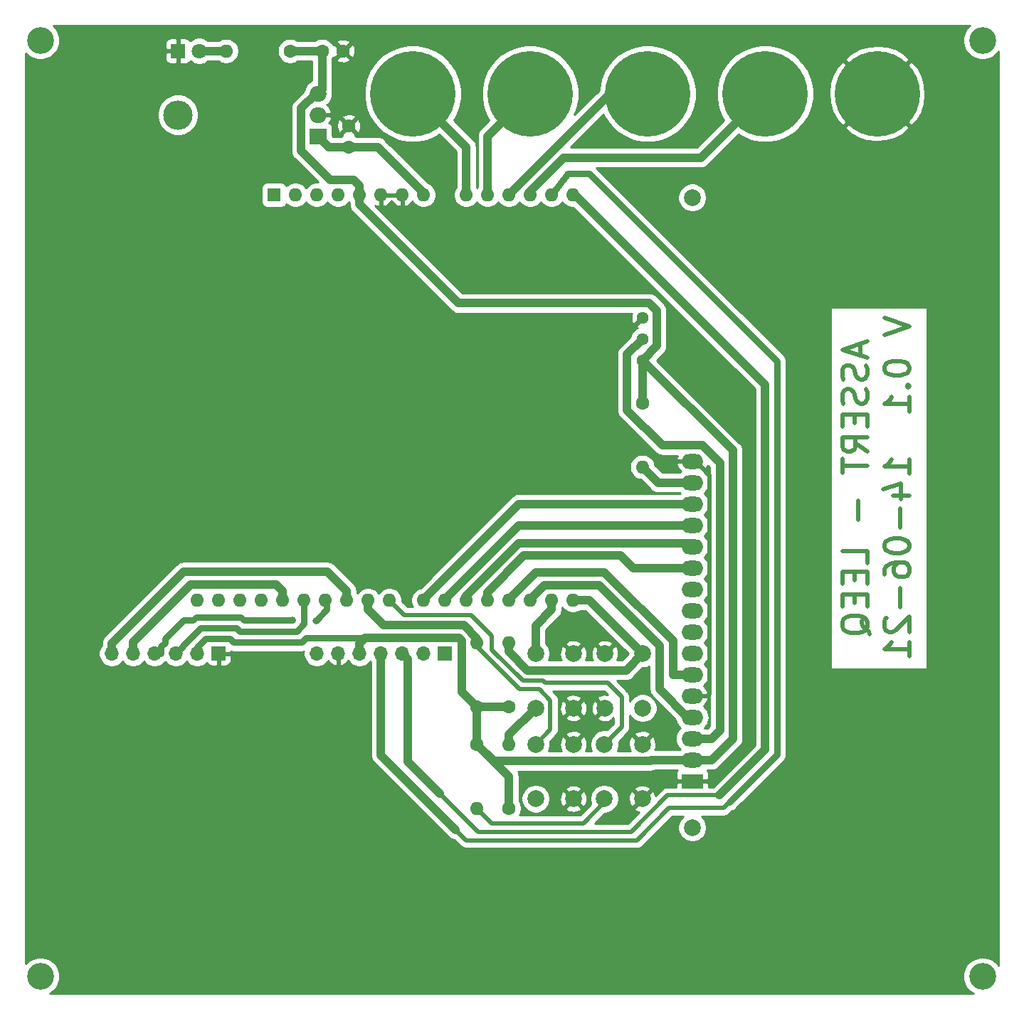
<source format=gbr>
%TF.GenerationSoftware,KiCad,Pcbnew,(5.1.9)-1*%
%TF.CreationDate,2021-06-23T18:15:50-03:00*%
%TF.ProjectId,assert,61737365-7274-42e6-9b69-6361645f7063,rev?*%
%TF.SameCoordinates,Original*%
%TF.FileFunction,Copper,L2,Bot*%
%TF.FilePolarity,Positive*%
%FSLAX46Y46*%
G04 Gerber Fmt 4.6, Leading zero omitted, Abs format (unit mm)*
G04 Created by KiCad (PCBNEW (5.1.9)-1) date 2021-06-23 18:15:50*
%MOMM*%
%LPD*%
G01*
G04 APERTURE LIST*
%TA.AperFunction,NonConductor*%
%ADD10C,0.500000*%
%TD*%
%TA.AperFunction,ComponentPad*%
%ADD11C,2.000000*%
%TD*%
%TA.AperFunction,ComponentPad*%
%ADD12O,2.600000X1.800000*%
%TD*%
%TA.AperFunction,ComponentPad*%
%ADD13R,2.600000X1.800000*%
%TD*%
%TA.AperFunction,ComponentPad*%
%ADD14O,1.600000X1.600000*%
%TD*%
%TA.AperFunction,ComponentPad*%
%ADD15R,1.600000X1.600000*%
%TD*%
%TA.AperFunction,ComponentPad*%
%ADD16C,10.160000*%
%TD*%
%TA.AperFunction,ComponentPad*%
%ADD17O,1.700000X1.700000*%
%TD*%
%TA.AperFunction,ComponentPad*%
%ADD18R,1.700000X1.700000*%
%TD*%
%TA.AperFunction,ComponentPad*%
%ADD19O,2.000000X1.905000*%
%TD*%
%TA.AperFunction,ComponentPad*%
%ADD20R,2.000000X1.905000*%
%TD*%
%TA.AperFunction,WasherPad*%
%ADD21O,3.500000X3.500000*%
%TD*%
%TA.AperFunction,ComponentPad*%
%ADD22C,1.440000*%
%TD*%
%TA.AperFunction,ComponentPad*%
%ADD23C,1.600000*%
%TD*%
%TA.AperFunction,ComponentPad*%
%ADD24C,1.800000*%
%TD*%
%TA.AperFunction,ComponentPad*%
%ADD25R,1.800000X1.800000*%
%TD*%
%TA.AperFunction,ViaPad*%
%ADD26C,3.200000*%
%TD*%
%TA.AperFunction,ViaPad*%
%ADD27C,0.800000*%
%TD*%
%TA.AperFunction,Conductor*%
%ADD28C,1.000000*%
%TD*%
%TA.AperFunction,Conductor*%
%ADD29C,0.500000*%
%TD*%
%TA.AperFunction,Conductor*%
%ADD30C,0.800000*%
%TD*%
%TA.AperFunction,Conductor*%
%ADD31C,0.254000*%
%TD*%
%TA.AperFunction,Conductor*%
%ADD32C,0.100000*%
%TD*%
G04 APERTURE END LIST*
D10*
X91472000Y-38665714D02*
X91472000Y-40094285D01*
X92329142Y-38380000D02*
X89329142Y-39380000D01*
X92329142Y-40380000D01*
X92186285Y-41237142D02*
X92329142Y-41665714D01*
X92329142Y-42380000D01*
X92186285Y-42665714D01*
X92043428Y-42808571D01*
X91757714Y-42951428D01*
X91472000Y-42951428D01*
X91186285Y-42808571D01*
X91043428Y-42665714D01*
X90900571Y-42380000D01*
X90757714Y-41808571D01*
X90614857Y-41522857D01*
X90472000Y-41380000D01*
X90186285Y-41237142D01*
X89900571Y-41237142D01*
X89614857Y-41380000D01*
X89472000Y-41522857D01*
X89329142Y-41808571D01*
X89329142Y-42522857D01*
X89472000Y-42951428D01*
X92186285Y-44094285D02*
X92329142Y-44522857D01*
X92329142Y-45237142D01*
X92186285Y-45522857D01*
X92043428Y-45665714D01*
X91757714Y-45808571D01*
X91472000Y-45808571D01*
X91186285Y-45665714D01*
X91043428Y-45522857D01*
X90900571Y-45237142D01*
X90757714Y-44665714D01*
X90614857Y-44380000D01*
X90472000Y-44237142D01*
X90186285Y-44094285D01*
X89900571Y-44094285D01*
X89614857Y-44237142D01*
X89472000Y-44380000D01*
X89329142Y-44665714D01*
X89329142Y-45380000D01*
X89472000Y-45808571D01*
X90757714Y-47094285D02*
X90757714Y-48094285D01*
X92329142Y-48522857D02*
X92329142Y-47094285D01*
X89329142Y-47094285D01*
X89329142Y-48522857D01*
X92329142Y-51522857D02*
X90900571Y-50522857D01*
X92329142Y-49808571D02*
X89329142Y-49808571D01*
X89329142Y-50951428D01*
X89472000Y-51237142D01*
X89614857Y-51380000D01*
X89900571Y-51522857D01*
X90329142Y-51522857D01*
X90614857Y-51380000D01*
X90757714Y-51237142D01*
X90900571Y-50951428D01*
X90900571Y-49808571D01*
X89329142Y-52380000D02*
X89329142Y-54094285D01*
X92329142Y-53237142D02*
X89329142Y-53237142D01*
X91186285Y-57379999D02*
X91186285Y-59665714D01*
X92329142Y-64808571D02*
X92329142Y-63379999D01*
X89329142Y-63379999D01*
X90757714Y-65808571D02*
X90757714Y-66808571D01*
X92329142Y-67237142D02*
X92329142Y-65808571D01*
X89329142Y-65808571D01*
X89329142Y-67237142D01*
X90757714Y-68522857D02*
X90757714Y-69522857D01*
X92329142Y-69951428D02*
X92329142Y-68522857D01*
X89329142Y-68522857D01*
X89329142Y-69951428D01*
X92614857Y-73237142D02*
X92472000Y-72951428D01*
X92186285Y-72665714D01*
X91757714Y-72237142D01*
X91614857Y-71951428D01*
X91614857Y-71665714D01*
X92329142Y-71808571D02*
X92186285Y-71522857D01*
X91900571Y-71237142D01*
X91329142Y-71094285D01*
X90329142Y-71094285D01*
X89757714Y-71237142D01*
X89472000Y-71522857D01*
X89329142Y-71808571D01*
X89329142Y-72379999D01*
X89472000Y-72665714D01*
X89757714Y-72951428D01*
X90329142Y-73094285D01*
X91329142Y-73094285D01*
X91900571Y-72951428D01*
X92186285Y-72665714D01*
X92329142Y-72379999D01*
X92329142Y-71808571D01*
X94329142Y-35594285D02*
X97329142Y-36594285D01*
X94329142Y-37594285D01*
X94329142Y-41451428D02*
X94329142Y-41737142D01*
X94472000Y-42022857D01*
X94614857Y-42165714D01*
X94900571Y-42308571D01*
X95472000Y-42451428D01*
X96186285Y-42451428D01*
X96757714Y-42308571D01*
X97043428Y-42165714D01*
X97186285Y-42022857D01*
X97329142Y-41737142D01*
X97329142Y-41451428D01*
X97186285Y-41165714D01*
X97043428Y-41022857D01*
X96757714Y-40880000D01*
X96186285Y-40737142D01*
X95472000Y-40737142D01*
X94900571Y-40880000D01*
X94614857Y-41022857D01*
X94472000Y-41165714D01*
X94329142Y-41451428D01*
X97043428Y-43737142D02*
X97186285Y-43880000D01*
X97329142Y-43737142D01*
X97186285Y-43594285D01*
X97043428Y-43737142D01*
X97329142Y-43737142D01*
X97329142Y-46737142D02*
X97329142Y-45022857D01*
X97329142Y-45880000D02*
X94329142Y-45880000D01*
X94757714Y-45594285D01*
X95043428Y-45308571D01*
X95186285Y-45022857D01*
X97329142Y-54165714D02*
X97329142Y-52451428D01*
X97329142Y-53308571D02*
X94329142Y-53308571D01*
X94757714Y-53022857D01*
X95043428Y-52737142D01*
X95186285Y-52451428D01*
X95329142Y-56737142D02*
X97329142Y-56737142D01*
X94186285Y-56022857D02*
X96329142Y-55308571D01*
X96329142Y-57165714D01*
X96186285Y-58308571D02*
X96186285Y-60594285D01*
X94329142Y-62594285D02*
X94329142Y-62880000D01*
X94472000Y-63165714D01*
X94614857Y-63308571D01*
X94900571Y-63451428D01*
X95472000Y-63594285D01*
X96186285Y-63594285D01*
X96757714Y-63451428D01*
X97043428Y-63308571D01*
X97186285Y-63165714D01*
X97329142Y-62880000D01*
X97329142Y-62594285D01*
X97186285Y-62308571D01*
X97043428Y-62165714D01*
X96757714Y-62022857D01*
X96186285Y-61880000D01*
X95472000Y-61880000D01*
X94900571Y-62022857D01*
X94614857Y-62165714D01*
X94472000Y-62308571D01*
X94329142Y-62594285D01*
X94329142Y-66165714D02*
X94329142Y-65594285D01*
X94472000Y-65308571D01*
X94614857Y-65165714D01*
X95043428Y-64880000D01*
X95614857Y-64737142D01*
X96757714Y-64737142D01*
X97043428Y-64880000D01*
X97186285Y-65022857D01*
X97329142Y-65308571D01*
X97329142Y-65880000D01*
X97186285Y-66165714D01*
X97043428Y-66308571D01*
X96757714Y-66451428D01*
X96043428Y-66451428D01*
X95757714Y-66308571D01*
X95614857Y-66165714D01*
X95472000Y-65880000D01*
X95472000Y-65308571D01*
X95614857Y-65022857D01*
X95757714Y-64880000D01*
X96043428Y-64737142D01*
X96186285Y-67737142D02*
X96186285Y-70022857D01*
X94614857Y-71308571D02*
X94472000Y-71451428D01*
X94329142Y-71737142D01*
X94329142Y-72451428D01*
X94472000Y-72737142D01*
X94614857Y-72880000D01*
X94900571Y-73022857D01*
X95186285Y-73022857D01*
X95614857Y-72880000D01*
X97329142Y-71165714D01*
X97329142Y-73022857D01*
X97329142Y-75880000D02*
X97329142Y-74165714D01*
X97329142Y-75022857D02*
X94329142Y-75022857D01*
X94757714Y-74737142D01*
X95043428Y-74451428D01*
X95186285Y-74165714D01*
D11*
%TO.P,U2,*%
%TO.N,*%
X71477000Y-21270000D03*
X71477000Y-96269100D03*
D12*
%TO.P,U2,16*%
%TO.N,GNDREF*%
X71477000Y-52670000D03*
%TO.P,U2,15*%
%TO.N,Net-(R6-Pad2)*%
X71477000Y-55210000D03*
%TO.P,U2,14*%
%TO.N,/db7*%
X71477000Y-57750000D03*
%TO.P,U2,13*%
%TO.N,/db6*%
X71477000Y-60290000D03*
%TO.P,U2,12*%
%TO.N,/db5*%
X71477000Y-62830000D03*
%TO.P,U2,11*%
%TO.N,/db4*%
X71477000Y-65370000D03*
%TO.P,U2,10*%
%TO.N,Net-(U2-Pad10)*%
X71477000Y-67910000D03*
%TO.P,U2,9*%
%TO.N,Net-(U2-Pad9)*%
X71477000Y-70450000D03*
%TO.P,U2,8*%
%TO.N,Net-(U2-Pad8)*%
X71477000Y-72990000D03*
%TO.P,U2,7*%
%TO.N,Net-(U2-Pad7)*%
X71477000Y-75530000D03*
%TO.P,U2,6*%
%TO.N,/e*%
X71477000Y-78070000D03*
%TO.P,U2,5*%
%TO.N,GNDREF*%
X71477000Y-80610000D03*
%TO.P,U2,4*%
%TO.N,/rs*%
X71477000Y-83150000D03*
%TO.P,U2,3*%
%TO.N,Net-(RV1-Pad2)*%
X71477000Y-85690000D03*
%TO.P,U2,2*%
%TO.N,/5v*%
X71477000Y-88230000D03*
D13*
%TO.P,U2,1*%
%TO.N,GNDREF*%
X71477000Y-90770000D03*
%TD*%
D14*
%TO.P,A1,16*%
%TO.N,/menos*%
X54737000Y-69215000D03*
%TO.P,A1,15*%
%TO.N,/mais*%
X57277000Y-69215000D03*
%TO.P,A1,30*%
%TO.N,Net-(A1-Pad30)*%
X17657000Y-69215000D03*
%TO.P,A1,14*%
%TO.N,/scl*%
X57277000Y-20955000D03*
%TO.P,A1,29*%
%TO.N,GNDREF*%
X20197000Y-69215000D03*
%TO.P,A1,13*%
%TO.N,/sda*%
X54737000Y-20955000D03*
%TO.P,A1,28*%
%TO.N,/sck*%
X22737000Y-69215000D03*
%TO.P,A1,12*%
%TO.N,/s4*%
X52197000Y-20955000D03*
%TO.P,A1,27*%
%TO.N,/miso*%
X25277000Y-69215000D03*
%TO.P,A1,11*%
%TO.N,/s3*%
X49657000Y-20955000D03*
%TO.P,A1,26*%
%TO.N,/mosi*%
X27817000Y-69215000D03*
%TO.P,A1,10*%
%TO.N,/s2*%
X47117000Y-20955000D03*
%TO.P,A1,25*%
%TO.N,/cs*%
X30357000Y-69215000D03*
%TO.P,A1,9*%
%TO.N,/s1*%
X44577000Y-20955000D03*
%TO.P,A1,24*%
%TO.N,/selecionar*%
X32897000Y-69215000D03*
%TO.P,A1,8*%
%TO.N,/vin*%
X39497000Y-20955000D03*
%TO.P,A1,23*%
%TO.N,/cancelar*%
X35437000Y-69215000D03*
%TO.P,A1,7*%
%TO.N,GNDREF*%
X36957000Y-20955000D03*
%TO.P,A1,22*%
%TO.N,/db7*%
X39497000Y-69215000D03*
%TO.P,A1,6*%
%TO.N,GNDREF*%
X34417000Y-20955000D03*
%TO.P,A1,21*%
%TO.N,/db6*%
X42037000Y-69215000D03*
%TO.P,A1,5*%
%TO.N,/5v*%
X31877000Y-20955000D03*
%TO.P,A1,20*%
%TO.N,/db5*%
X44577000Y-69215000D03*
%TO.P,A1,4*%
%TO.N,Net-(A1-Pad4)*%
X29337000Y-20955000D03*
%TO.P,A1,19*%
%TO.N,/db4*%
X47117000Y-69215000D03*
%TO.P,A1,3*%
%TO.N,Net-(A1-Pad3)*%
X26797000Y-20955000D03*
%TO.P,A1,18*%
%TO.N,/e*%
X49657000Y-69215000D03*
%TO.P,A1,2*%
%TO.N,Net-(A1-Pad2)*%
X24257000Y-20955000D03*
%TO.P,A1,17*%
%TO.N,/rs*%
X52197000Y-69215000D03*
D15*
%TO.P,A1,1*%
%TO.N,Net-(A1-Pad1)*%
X21717000Y-20955000D03*
D14*
%TO.P,A1,31*%
%TO.N,Net-(A1-Pad31)*%
X15117000Y-69215000D03*
%TO.P,A1,32*%
%TO.N,Net-(A1-Pad32)*%
X12577000Y-69215000D03*
%TD*%
D16*
%TO.P,J5,1*%
%TO.N,GNDREF*%
X93472000Y-8890000D03*
%TD*%
%TO.P,J4,1*%
%TO.N,/s4*%
X80137000Y-8890000D03*
%TD*%
D17*
%TO.P,J9,7*%
%TO.N,/bat*%
X26797000Y-75565000D03*
%TO.P,J9,6*%
%TO.N,GNDREF*%
X29337000Y-75565000D03*
%TO.P,J9,5*%
%TO.N,/5v*%
X31877000Y-75565000D03*
%TO.P,J9,4*%
%TO.N,/sda*%
X34417000Y-75565000D03*
%TO.P,J9,3*%
%TO.N,/scl*%
X36957000Y-75565000D03*
%TO.P,J9,2*%
%TO.N,/ds*%
X39497000Y-75565000D03*
D18*
%TO.P,J9,1*%
%TO.N,/sq*%
X42037000Y-75565000D03*
%TD*%
D19*
%TO.P,U1,3*%
%TO.N,/5v*%
X26947000Y-8890000D03*
%TO.P,U1,2*%
%TO.N,GNDREF*%
X26947000Y-11430000D03*
D20*
%TO.P,U1,1*%
%TO.N,/vin*%
X26947000Y-13970000D03*
D21*
%TO.P,U1,*%
%TO.N,*%
X10287000Y-11430000D03*
%TD*%
D11*
%TO.P,SW4,1*%
%TO.N,/cancelar*%
X61032000Y-86360000D03*
%TO.P,SW4,2*%
%TO.N,GNDREF*%
X65532000Y-86360000D03*
%TO.P,SW4,1*%
%TO.N,/cancelar*%
X61032000Y-92860000D03*
%TO.P,SW4,2*%
%TO.N,GNDREF*%
X65532000Y-92860000D03*
%TD*%
%TO.P,SW3,1*%
%TO.N,/selecionar*%
X52832000Y-86360000D03*
%TO.P,SW3,2*%
%TO.N,GNDREF*%
X57332000Y-86360000D03*
%TO.P,SW3,1*%
%TO.N,/selecionar*%
X52832000Y-92860000D03*
%TO.P,SW3,2*%
%TO.N,GNDREF*%
X57332000Y-92860000D03*
%TD*%
%TO.P,SW2,1*%
%TO.N,/menos*%
X52832000Y-75565000D03*
%TO.P,SW2,2*%
%TO.N,GNDREF*%
X57332000Y-75565000D03*
%TO.P,SW2,1*%
%TO.N,/menos*%
X52832000Y-82065000D03*
%TO.P,SW2,2*%
%TO.N,GNDREF*%
X57332000Y-82065000D03*
%TD*%
%TO.P,SW1,1*%
%TO.N,/mais*%
X65587000Y-82065000D03*
%TO.P,SW1,2*%
%TO.N,GNDREF*%
X61087000Y-82065000D03*
%TO.P,SW1,1*%
%TO.N,/mais*%
X65587000Y-75565000D03*
%TO.P,SW1,2*%
%TO.N,GNDREF*%
X61087000Y-75565000D03*
%TD*%
D22*
%TO.P,RV1,1*%
%TO.N,GNDREF*%
X65532000Y-35560000D03*
%TO.P,RV1,2*%
%TO.N,Net-(RV1-Pad2)*%
X65532000Y-38100000D03*
%TO.P,RV1,3*%
%TO.N,/5v*%
X65532000Y-40640000D03*
%TD*%
D14*
%TO.P,R6,2*%
%TO.N,Net-(R6-Pad2)*%
X65532000Y-53340000D03*
D23*
%TO.P,R6,1*%
%TO.N,/5v*%
X65532000Y-45720000D03*
%TD*%
D14*
%TO.P,R5,2*%
%TO.N,/cancelar*%
X45847000Y-93980000D03*
D23*
%TO.P,R5,1*%
%TO.N,/5v*%
X45847000Y-86360000D03*
%TD*%
D14*
%TO.P,R4,2*%
%TO.N,/selecionar*%
X45847000Y-74295000D03*
D23*
%TO.P,R4,1*%
%TO.N,/5v*%
X45847000Y-81915000D03*
%TD*%
D14*
%TO.P,R3,2*%
%TO.N,/menos*%
X49657000Y-86360000D03*
D23*
%TO.P,R3,1*%
%TO.N,/5v*%
X49657000Y-93980000D03*
%TD*%
D14*
%TO.P,R2,2*%
%TO.N,/mais*%
X49657000Y-74295000D03*
D23*
%TO.P,R2,1*%
%TO.N,/5v*%
X49657000Y-81915000D03*
%TD*%
D14*
%TO.P,R1,2*%
%TO.N,Net-(D1-Pad2)*%
X16002000Y-3810000D03*
D23*
%TO.P,R1,1*%
%TO.N,/5v*%
X23622000Y-3810000D03*
%TD*%
D17*
%TO.P,J8,6*%
%TO.N,/cs*%
X2413000Y-75565000D03*
%TO.P,J8,5*%
%TO.N,/sck*%
X4953000Y-75565000D03*
%TO.P,J8,4*%
%TO.N,/mosi*%
X7493000Y-75565000D03*
%TO.P,J8,3*%
%TO.N,/miso*%
X10033000Y-75565000D03*
%TO.P,J8,2*%
%TO.N,/5v*%
X12573000Y-75565000D03*
D18*
%TO.P,J8,1*%
%TO.N,GNDREF*%
X15113000Y-75565000D03*
%TD*%
D16*
%TO.P,J3,1*%
%TO.N,/s3*%
X66167000Y-8890000D03*
%TD*%
%TO.P,J2,1*%
%TO.N,/s2*%
X52197000Y-8890000D03*
%TD*%
%TO.P,J1,1*%
%TO.N,/s1*%
X38227000Y-8890000D03*
%TD*%
D24*
%TO.P,D1,2*%
%TO.N,Net-(D1-Pad2)*%
X12827000Y-3810000D03*
D25*
%TO.P,D1,1*%
%TO.N,GNDREF*%
X10287000Y-3810000D03*
%TD*%
D23*
%TO.P,C2,2*%
%TO.N,GNDREF*%
X29932000Y-3810000D03*
%TO.P,C2,1*%
%TO.N,/5v*%
X27432000Y-3810000D03*
%TD*%
%TO.P,C1,2*%
%TO.N,GNDREF*%
X30607000Y-12740000D03*
%TO.P,C1,1*%
%TO.N,/vin*%
X30607000Y-15240000D03*
%TD*%
D26*
%TO.N,*%
X-6100000Y-114000000D03*
X106000000Y-114000000D03*
X-6100000Y-2540000D03*
X106000000Y-2540000D03*
D27*
%TO.N,/mosi*%
X23876000Y-71602600D03*
X26670000Y-71628000D03*
%TD*%
D28*
%TO.N,/menos*%
X54737000Y-70346370D02*
X54737000Y-69215000D01*
X52832000Y-75565000D02*
X52832000Y-72251370D01*
X52832000Y-72251370D02*
X54737000Y-70346370D01*
X49657000Y-85240000D02*
X52832000Y-82065000D01*
X49657000Y-86360000D02*
X49657000Y-85240000D01*
%TO.N,/mais*%
X59237000Y-69215000D02*
X57277000Y-69215000D01*
X65587000Y-75565000D02*
X59237000Y-69215000D01*
X63586999Y-77565001D02*
X65587000Y-75565000D01*
X51873335Y-77565001D02*
X63586999Y-77565001D01*
X49657000Y-74295000D02*
X49657000Y-75348666D01*
X49657000Y-75348666D02*
X51873335Y-77565001D01*
D29*
%TO.N,/scl*%
X57512653Y-20955000D02*
X57277000Y-20955000D01*
D28*
X80137000Y-43579347D02*
X57512653Y-20955000D01*
X74711999Y-92420001D02*
X80137000Y-86995000D01*
X80137000Y-86995000D02*
X80137000Y-43579347D01*
D29*
X45972760Y-96789989D02*
X64192013Y-96789989D01*
X64192013Y-96789989D02*
X68562001Y-92420001D01*
X68562001Y-92420001D02*
X74711999Y-92420001D01*
X45972760Y-96789989D02*
X41402000Y-92219229D01*
D28*
X37646999Y-76254999D02*
X36957000Y-75565000D01*
X37646999Y-88464228D02*
X37646999Y-76254999D01*
X41402000Y-92219229D02*
X37646999Y-88464228D01*
D29*
%TO.N,GNDREF*%
X73527010Y-80359990D02*
X73277000Y-80610000D01*
X73527010Y-54320010D02*
X73527010Y-80359990D01*
X71877000Y-52670000D02*
X73527010Y-54320010D01*
X71477000Y-52670000D02*
X71877000Y-52670000D01*
D28*
%TO.N,/sda*%
X34417000Y-87630000D02*
X34417000Y-75565000D01*
X43307000Y-96520000D02*
X34417000Y-87630000D01*
D29*
X44577000Y-97790000D02*
X43307000Y-96520000D01*
X64897000Y-97790000D02*
X44577000Y-97790000D01*
D30*
X56642000Y-18415000D02*
X54737000Y-20955000D01*
X59182000Y-18415000D02*
X56642000Y-18415000D01*
X81537010Y-40770010D02*
X59182000Y-18415000D01*
X81537010Y-87574903D02*
X81537010Y-40770010D01*
X75920600Y-93218000D02*
X81537010Y-87574903D01*
D29*
X75184000Y-93954600D02*
X68732400Y-93954600D01*
X75920600Y-93218000D02*
X75184000Y-93954600D01*
X68732400Y-93954600D02*
X64897000Y-97790000D01*
D28*
%TO.N,/sck*%
X4953000Y-74174998D02*
X11817998Y-67310000D01*
X4953000Y-75565000D02*
X4953000Y-74174998D01*
X11817998Y-67310000D02*
X21963370Y-67310000D01*
X21963370Y-67310000D02*
X22737000Y-68083630D01*
X22737000Y-68083630D02*
X22737000Y-69215000D01*
%TO.N,/s4*%
X72517000Y-16510000D02*
X80137000Y-8890000D01*
X56184482Y-16510000D02*
X72517000Y-16510000D01*
X52197000Y-20497482D02*
X56184482Y-16510000D01*
X52197000Y-20955000D02*
X52197000Y-20497482D01*
%TO.N,/miso*%
X10033000Y-75565000D02*
X10033000Y-75184000D01*
D30*
X10033000Y-75565000D02*
X10882999Y-74715001D01*
X10882999Y-74715001D02*
X10882999Y-74636506D01*
X25277000Y-72040093D02*
X25277000Y-69215000D01*
X24393693Y-72923400D02*
X25277000Y-72040093D01*
X17629895Y-72923400D02*
X24393693Y-72923400D01*
X13004517Y-72514988D02*
X17221483Y-72514988D01*
X10882999Y-74636506D02*
X13004517Y-72514988D01*
X17221483Y-72514988D02*
X17629895Y-72923400D01*
D28*
%TO.N,/s3*%
X49657000Y-20916148D02*
X49657000Y-20955000D01*
X61683148Y-8890000D02*
X49657000Y-20916148D01*
X66167000Y-8890000D02*
X61683148Y-8890000D01*
D30*
%TO.N,/mosi*%
X27813000Y-69219000D02*
X27817000Y-69215000D01*
X26670000Y-71628000D02*
X27990800Y-70307200D01*
X27990800Y-69388800D02*
X27817000Y-69215000D01*
X27990800Y-70307200D02*
X27990800Y-69388800D01*
X7493000Y-75565000D02*
X8282999Y-75565000D01*
X21030120Y-71623390D02*
X21050910Y-71602600D01*
X8282999Y-75565000D02*
X8282999Y-74724999D01*
X21050910Y-71602600D02*
X23876000Y-71602600D01*
X8282999Y-74724999D02*
X8732990Y-74275008D01*
X8732990Y-74275008D02*
X8732990Y-73824438D01*
X10934038Y-71623390D02*
X12057624Y-71623390D01*
X8732990Y-73824438D02*
X10934038Y-71623390D01*
X12057624Y-71623390D02*
X12466036Y-71214978D01*
X12466036Y-71214978D02*
X17759964Y-71214978D01*
X17759964Y-71214978D02*
X18168376Y-71623390D01*
X18168376Y-71623390D02*
X21030120Y-71623390D01*
D28*
%TO.N,/s2*%
X47117000Y-13970000D02*
X47117000Y-20955000D01*
X52197000Y-8890000D02*
X47117000Y-13970000D01*
%TO.N,/cs*%
X2413000Y-74362919D02*
X10965930Y-65809989D01*
X2413000Y-75565000D02*
X2413000Y-74362919D01*
X10965930Y-65809989D02*
X28083359Y-65809989D01*
X28083359Y-65809989D02*
X30357000Y-68083630D01*
X30357000Y-68083630D02*
X30357000Y-69215000D01*
%TO.N,/s1*%
X44577000Y-15240000D02*
X44577000Y-20955000D01*
X38227000Y-8890000D02*
X44577000Y-15240000D01*
D29*
%TO.N,/selecionar*%
X54582001Y-84609999D02*
X54582001Y-81125001D01*
X52832000Y-86360000D02*
X54582001Y-84609999D01*
X45847000Y-74722011D02*
X45847000Y-74295000D01*
X50940010Y-79815021D02*
X45847000Y-74722011D01*
X53272022Y-79815022D02*
X50940010Y-79815021D01*
X54582001Y-81125001D02*
X53272022Y-79815022D01*
D28*
X44308325Y-72214988D02*
X34765618Y-72214988D01*
X45847000Y-73753663D02*
X44308325Y-72214988D01*
X32897000Y-70346370D02*
X32897000Y-69215000D01*
X34765618Y-72214988D02*
X32897000Y-70346370D01*
X45847000Y-74295000D02*
X45847000Y-73753663D01*
%TO.N,/vin*%
X28217000Y-15240000D02*
X30607000Y-15240000D01*
X26947000Y-13970000D02*
X28217000Y-15240000D01*
X39497000Y-20706815D02*
X39497000Y-20955000D01*
X34030185Y-15240000D02*
X39497000Y-20706815D01*
X30607000Y-15240000D02*
X34030185Y-15240000D01*
D29*
%TO.N,/cancelar*%
X63087001Y-84304999D02*
X63087001Y-80740001D01*
X61412012Y-79065012D02*
X53936241Y-79065012D01*
X53936241Y-79065012D02*
X53686239Y-78815012D01*
X63087001Y-80740001D02*
X61412012Y-79065012D01*
X61032000Y-86360000D02*
X63087001Y-84304999D01*
X51354228Y-78815011D02*
X47647001Y-75107784D01*
X45180979Y-70964977D02*
X37186977Y-70964977D01*
X37186977Y-70964977D02*
X35437000Y-69215000D01*
X47647001Y-75107784D02*
X47647001Y-73430999D01*
X53686239Y-78815012D02*
X51354228Y-78815011D01*
X47647001Y-73430999D02*
X45180979Y-70964977D01*
X61032000Y-93273000D02*
X61032000Y-92860000D01*
X58515022Y-95789978D02*
X61032000Y-93273000D01*
X47656978Y-95789978D02*
X58515022Y-95789978D01*
X45847000Y-93980000D02*
X47656978Y-95789978D01*
D28*
%TO.N,/db7*%
X39497000Y-69090998D02*
X39497000Y-69215000D01*
X50837998Y-57750000D02*
X39497000Y-69090998D01*
X71477000Y-57750000D02*
X50837998Y-57750000D01*
%TO.N,/db6*%
X50837998Y-60290000D02*
X42037000Y-69090998D01*
X42037000Y-69090998D02*
X42037000Y-69215000D01*
X71477000Y-60290000D02*
X50837998Y-60290000D01*
%TO.N,/db5*%
X71477000Y-62830000D02*
X71051980Y-62404980D01*
X50844352Y-62404980D02*
X44577000Y-68672332D01*
X44577000Y-68672332D02*
X44577000Y-69215000D01*
X71051980Y-62404980D02*
X50844352Y-62404980D01*
%TO.N,/db4*%
X47117000Y-68253666D02*
X47117000Y-69215000D01*
X64443334Y-65370000D02*
X62978325Y-63904991D01*
X51465675Y-63904991D02*
X47117000Y-68253666D01*
X71477000Y-65370000D02*
X64443334Y-65370000D01*
X62978325Y-63904991D02*
X51465675Y-63904991D01*
%TO.N,/rs*%
X52197000Y-69090998D02*
X52197000Y-69215000D01*
X53872999Y-67414999D02*
X52197000Y-69090998D01*
X60397001Y-67414999D02*
X53872999Y-67414999D01*
X71477000Y-83150000D02*
X70929981Y-83150000D01*
X67587001Y-74604999D02*
X60397001Y-67414999D01*
X70929981Y-83150000D02*
X67587001Y-79807020D01*
X67587001Y-79807020D02*
X67587001Y-74604999D01*
%TO.N,/e*%
X69177000Y-78070000D02*
X69177000Y-74073663D01*
X71477000Y-78070000D02*
X69177000Y-78070000D01*
X69177000Y-74073663D02*
X61018325Y-65914988D01*
X61018325Y-65914988D02*
X52833010Y-65914988D01*
X52833010Y-65914988D02*
X49657000Y-69090998D01*
X49657000Y-69090998D02*
X49657000Y-69215000D01*
%TO.N,/5v*%
X23622000Y-3810000D02*
X27432000Y-3810000D01*
D29*
X27432000Y-8405000D02*
X26947000Y-8890000D01*
D28*
X27432000Y-3810000D02*
X27432000Y-8405000D01*
X31877000Y-19823630D02*
X31877000Y-20955000D01*
X26947000Y-8890000D02*
X26678234Y-8890000D01*
X26678234Y-8890000D02*
X24946999Y-10621235D01*
X31208369Y-19154999D02*
X31877000Y-19823630D01*
X24946999Y-10621235D02*
X24946999Y-15722501D01*
X24946999Y-15722501D02*
X28379497Y-19154999D01*
X28379497Y-19154999D02*
X31208369Y-19154999D01*
X49657000Y-90170000D02*
X45847000Y-86360000D01*
X49657000Y-93980000D02*
X49657000Y-90170000D01*
X45847000Y-86360000D02*
X45847000Y-81915000D01*
X45847000Y-81915000D02*
X49657000Y-81915000D01*
X47847001Y-88360001D02*
X45847000Y-86360000D01*
X71477000Y-88230000D02*
X66622002Y-88230000D01*
X66622002Y-88230000D02*
X66492001Y-88360001D01*
X66492001Y-88360001D02*
X47847001Y-88360001D01*
X65532000Y-40640000D02*
X65532000Y-45720000D01*
X67252001Y-38919999D02*
X65532000Y-40640000D01*
X67252001Y-34734399D02*
X67252001Y-38919999D01*
X66357601Y-33839999D02*
X67252001Y-34734399D01*
X43630629Y-33839999D02*
X66357601Y-33839999D01*
X31877000Y-22086370D02*
X43630629Y-33839999D01*
X31877000Y-20955000D02*
X31877000Y-22086370D01*
X73777000Y-88230000D02*
X71477000Y-88230000D01*
X76277029Y-51385029D02*
X76277029Y-85729971D01*
X76277029Y-85729971D02*
X73777000Y-88230000D01*
X65532000Y-40640000D02*
X76277029Y-51385029D01*
X44046999Y-80114999D02*
X45847000Y-81915000D01*
X31877000Y-74362919D02*
X32524920Y-73714999D01*
X43687001Y-73714999D02*
X44046999Y-74074997D01*
X44046999Y-74074997D02*
X44046999Y-80114999D01*
X31877000Y-74362919D02*
X31877000Y-75565000D01*
X33346001Y-73714999D02*
X43687001Y-73714999D01*
X32524920Y-73714999D02*
X33346001Y-73714999D01*
D30*
X25017686Y-74223411D02*
X25526098Y-73714999D01*
X16863001Y-74223411D02*
X25017686Y-74223411D01*
X25526098Y-73714999D02*
X33346001Y-73714999D01*
X13542999Y-73814999D02*
X16454589Y-73814999D01*
X16454589Y-73814999D02*
X16863001Y-74223411D01*
X12573000Y-74784998D02*
X13542999Y-73814999D01*
X12573000Y-75565000D02*
X12573000Y-74784998D01*
D28*
%TO.N,Net-(D1-Pad2)*%
X12827000Y-3810000D02*
X16002000Y-3810000D01*
%TO.N,Net-(R6-Pad2)*%
X67402000Y-55210000D02*
X65532000Y-53340000D01*
X71477000Y-55210000D02*
X67402000Y-55210000D01*
%TO.N,Net-(RV1-Pad2)*%
X73777000Y-85690000D02*
X71477000Y-85690000D01*
X65532000Y-38100000D02*
X63731999Y-39900001D01*
X63731999Y-46584001D02*
X67917988Y-50769990D01*
X74777020Y-84689980D02*
X73777000Y-85690000D01*
X74777020Y-52883001D02*
X74777020Y-84689980D01*
X72664009Y-50769990D02*
X74777020Y-52883001D01*
X67917988Y-50769990D02*
X72664009Y-50769990D01*
X63731999Y-39900001D02*
X63731999Y-46584001D01*
%TD*%
D31*
%TO.N,GNDREF*%
X104192501Y-1056624D02*
X103937840Y-1437752D01*
X103762426Y-1861239D01*
X103673000Y-2310811D01*
X103673000Y-2769189D01*
X103762426Y-3218761D01*
X103937840Y-3642248D01*
X104192501Y-4023376D01*
X104516624Y-4347499D01*
X104897752Y-4602160D01*
X105321239Y-4777574D01*
X105770811Y-4867000D01*
X106229189Y-4867000D01*
X106678761Y-4777574D01*
X107102248Y-4602160D01*
X107483376Y-4347499D01*
X107807499Y-4023376D01*
X107935001Y-3832555D01*
X107935000Y-112707443D01*
X107807499Y-112516624D01*
X107483376Y-112192501D01*
X107102248Y-111937840D01*
X106678761Y-111762426D01*
X106229189Y-111673000D01*
X105770811Y-111673000D01*
X105321239Y-111762426D01*
X104897752Y-111937840D01*
X104516624Y-112192501D01*
X104192501Y-112516624D01*
X103937840Y-112897752D01*
X103762426Y-113321239D01*
X103673000Y-113770811D01*
X103673000Y-114229189D01*
X103762426Y-114678761D01*
X103937840Y-115102248D01*
X104192501Y-115483376D01*
X104516624Y-115807499D01*
X104897752Y-116062160D01*
X104899780Y-116063000D01*
X-4999780Y-116063000D01*
X-4997752Y-116062160D01*
X-4616624Y-115807499D01*
X-4292501Y-115483376D01*
X-4037840Y-115102248D01*
X-3862426Y-114678761D01*
X-3773000Y-114229189D01*
X-3773000Y-113770811D01*
X-3862426Y-113321239D01*
X-4037840Y-112897752D01*
X-4292501Y-112516624D01*
X-4616624Y-112192501D01*
X-4997752Y-111937840D01*
X-5421239Y-111762426D01*
X-5870811Y-111673000D01*
X-6329189Y-111673000D01*
X-6778761Y-111762426D01*
X-7202248Y-111937840D01*
X-7583376Y-112192501D01*
X-7859000Y-112468125D01*
X-7859000Y-75409679D01*
X836000Y-75409679D01*
X836000Y-75720321D01*
X896604Y-76024994D01*
X1015481Y-76311989D01*
X1188064Y-76570279D01*
X1407721Y-76789936D01*
X1666011Y-76962519D01*
X1953006Y-77081396D01*
X2257679Y-77142000D01*
X2568321Y-77142000D01*
X2872994Y-77081396D01*
X3159989Y-76962519D01*
X3418279Y-76789936D01*
X3637936Y-76570279D01*
X3683000Y-76502836D01*
X3728064Y-76570279D01*
X3947721Y-76789936D01*
X4206011Y-76962519D01*
X4493006Y-77081396D01*
X4797679Y-77142000D01*
X5108321Y-77142000D01*
X5412994Y-77081396D01*
X5699989Y-76962519D01*
X5958279Y-76789936D01*
X6177936Y-76570279D01*
X6223000Y-76502836D01*
X6268064Y-76570279D01*
X6487721Y-76789936D01*
X6746011Y-76962519D01*
X7033006Y-77081396D01*
X7337679Y-77142000D01*
X7648321Y-77142000D01*
X7952994Y-77081396D01*
X8239989Y-76962519D01*
X8498279Y-76789936D01*
X8659807Y-76628408D01*
X8716370Y-76611250D01*
X8804105Y-76564354D01*
X8808064Y-76570279D01*
X9027721Y-76789936D01*
X9286011Y-76962519D01*
X9573006Y-77081396D01*
X9877679Y-77142000D01*
X10188321Y-77142000D01*
X10492994Y-77081396D01*
X10779989Y-76962519D01*
X11038279Y-76789936D01*
X11257936Y-76570279D01*
X11303000Y-76502836D01*
X11348064Y-76570279D01*
X11567721Y-76789936D01*
X11826011Y-76962519D01*
X12113006Y-77081396D01*
X12417679Y-77142000D01*
X12728321Y-77142000D01*
X13032994Y-77081396D01*
X13319989Y-76962519D01*
X13578279Y-76789936D01*
X13685877Y-76682338D01*
X13732463Y-76769494D01*
X13811815Y-76866185D01*
X13908506Y-76945537D01*
X14018820Y-77004502D01*
X14138518Y-77040812D01*
X14263000Y-77053072D01*
X14827250Y-77050000D01*
X14986000Y-76891250D01*
X14986000Y-75692000D01*
X15240000Y-75692000D01*
X15240000Y-76891250D01*
X15398750Y-77050000D01*
X15963000Y-77053072D01*
X16087482Y-77040812D01*
X16207180Y-77004502D01*
X16317494Y-76945537D01*
X16414185Y-76866185D01*
X16493537Y-76769494D01*
X16552502Y-76659180D01*
X16588812Y-76539482D01*
X16601072Y-76415000D01*
X16598000Y-75850750D01*
X16439250Y-75692000D01*
X15240000Y-75692000D01*
X14986000Y-75692000D01*
X14966000Y-75692000D01*
X14966000Y-75438000D01*
X14986000Y-75438000D01*
X14986000Y-75418000D01*
X15240000Y-75418000D01*
X15240000Y-75438000D01*
X16439250Y-75438000D01*
X16566170Y-75311080D01*
X16642070Y-75334104D01*
X16807636Y-75350411D01*
X16807644Y-75350411D01*
X16863001Y-75355863D01*
X16918358Y-75350411D01*
X24962332Y-75350411D01*
X25017686Y-75355863D01*
X25073040Y-75350411D01*
X25073051Y-75350411D01*
X25234961Y-75334464D01*
X25220000Y-75409679D01*
X25220000Y-75720321D01*
X25280604Y-76024994D01*
X25399481Y-76311989D01*
X25572064Y-76570279D01*
X25791721Y-76789936D01*
X26050011Y-76962519D01*
X26337006Y-77081396D01*
X26641679Y-77142000D01*
X26952321Y-77142000D01*
X27256994Y-77081396D01*
X27543989Y-76962519D01*
X27802279Y-76789936D01*
X28021936Y-76570279D01*
X28124344Y-76417014D01*
X28141822Y-76446355D01*
X28336731Y-76662588D01*
X28570080Y-76836641D01*
X28832901Y-76961825D01*
X28980110Y-77006476D01*
X29210000Y-76885155D01*
X29210000Y-75692000D01*
X29190000Y-75692000D01*
X29190000Y-75438000D01*
X29210000Y-75438000D01*
X29210000Y-75418000D01*
X29464000Y-75418000D01*
X29464000Y-75438000D01*
X29484000Y-75438000D01*
X29484000Y-75692000D01*
X29464000Y-75692000D01*
X29464000Y-76885155D01*
X29693890Y-77006476D01*
X29841099Y-76961825D01*
X30103920Y-76836641D01*
X30337269Y-76662588D01*
X30532178Y-76446355D01*
X30549656Y-76417014D01*
X30652064Y-76570279D01*
X30871721Y-76789936D01*
X31130011Y-76962519D01*
X31417006Y-77081396D01*
X31721679Y-77142000D01*
X32032321Y-77142000D01*
X32336994Y-77081396D01*
X32623989Y-76962519D01*
X32882279Y-76789936D01*
X33101936Y-76570279D01*
X33147000Y-76502836D01*
X33190001Y-76567191D01*
X33190000Y-87569740D01*
X33184065Y-87630000D01*
X33190000Y-87690260D01*
X33190000Y-87690267D01*
X33207755Y-87870533D01*
X33277916Y-88101823D01*
X33391851Y-88314982D01*
X33545183Y-88501817D01*
X33592000Y-88540239D01*
X42481996Y-97430236D01*
X42622018Y-97545148D01*
X42835176Y-97659084D01*
X43066466Y-97729246D01*
X43141998Y-97736685D01*
X43852220Y-98446907D01*
X43882814Y-98484186D01*
X44031582Y-98606276D01*
X44201309Y-98696997D01*
X44385475Y-98752863D01*
X44529007Y-98767000D01*
X44529009Y-98767000D01*
X44576999Y-98771727D01*
X44624990Y-98767000D01*
X64849007Y-98767000D01*
X64897000Y-98771727D01*
X65088525Y-98752863D01*
X65088528Y-98752862D01*
X65272691Y-98696997D01*
X65442418Y-98606276D01*
X65591186Y-98484186D01*
X65621784Y-98446902D01*
X69137086Y-94931600D01*
X70372154Y-94931600D01*
X70135552Y-95168202D01*
X69946553Y-95451059D01*
X69816368Y-95765353D01*
X69750000Y-96099005D01*
X69750000Y-96439195D01*
X69816368Y-96772847D01*
X69946553Y-97087141D01*
X70135552Y-97369998D01*
X70376102Y-97610548D01*
X70658959Y-97799547D01*
X70973253Y-97929732D01*
X71306905Y-97996100D01*
X71647095Y-97996100D01*
X71980747Y-97929732D01*
X72295041Y-97799547D01*
X72577898Y-97610548D01*
X72818448Y-97369998D01*
X73007447Y-97087141D01*
X73137632Y-96772847D01*
X73204000Y-96439195D01*
X73204000Y-96099005D01*
X73137632Y-95765353D01*
X73007447Y-95451059D01*
X72818448Y-95168202D01*
X72581846Y-94931600D01*
X75136007Y-94931600D01*
X75184000Y-94936327D01*
X75375525Y-94917463D01*
X75489197Y-94882981D01*
X75559691Y-94861597D01*
X75729418Y-94770876D01*
X75878186Y-94648786D01*
X75908784Y-94611502D01*
X76213260Y-94307026D01*
X76356449Y-94263219D01*
X76551986Y-94158106D01*
X76680339Y-94052259D01*
X82295804Y-88410113D01*
X82337775Y-88375668D01*
X82373919Y-88331627D01*
X82374861Y-88330680D01*
X82408981Y-88288904D01*
X82478610Y-88204060D01*
X82479246Y-88202870D01*
X82480098Y-88201827D01*
X82531519Y-88105074D01*
X82583260Y-88008274D01*
X82583652Y-88006983D01*
X82584284Y-88005793D01*
X82615828Y-87900911D01*
X82647703Y-87795834D01*
X82647835Y-87794490D01*
X82648223Y-87793201D01*
X82658686Y-87684322D01*
X82664010Y-87630268D01*
X82664010Y-87628921D01*
X82669459Y-87572219D01*
X82664010Y-87518206D01*
X82664010Y-40825364D01*
X82669462Y-40770009D01*
X82664010Y-40714655D01*
X82664010Y-40714645D01*
X82647703Y-40549079D01*
X82583260Y-40336639D01*
X82478610Y-40140853D01*
X82411503Y-40059083D01*
X82373068Y-40012249D01*
X82373065Y-40012246D01*
X82337775Y-39969245D01*
X82294774Y-39933955D01*
X76692390Y-34331571D01*
X87960000Y-34331571D01*
X87960000Y-77428428D01*
X99414000Y-77428428D01*
X99414000Y-34331571D01*
X87960000Y-34331571D01*
X76692390Y-34331571D01*
X63460724Y-21099905D01*
X69750000Y-21099905D01*
X69750000Y-21440095D01*
X69816368Y-21773747D01*
X69946553Y-22088041D01*
X70135552Y-22370898D01*
X70376102Y-22611448D01*
X70658959Y-22800447D01*
X70973253Y-22930632D01*
X71306905Y-22997000D01*
X71647095Y-22997000D01*
X71980747Y-22930632D01*
X72295041Y-22800447D01*
X72577898Y-22611448D01*
X72818448Y-22370898D01*
X73007447Y-22088041D01*
X73137632Y-21773747D01*
X73204000Y-21440095D01*
X73204000Y-21099905D01*
X73137632Y-20766253D01*
X73007447Y-20451959D01*
X72818448Y-20169102D01*
X72577898Y-19928552D01*
X72295041Y-19739553D01*
X71980747Y-19609368D01*
X71647095Y-19543000D01*
X71306905Y-19543000D01*
X70973253Y-19609368D01*
X70658959Y-19739553D01*
X70376102Y-19928552D01*
X70135552Y-20169102D01*
X69946553Y-20451959D01*
X69816368Y-20766253D01*
X69750000Y-21099905D01*
X63460724Y-21099905D01*
X60097818Y-17737000D01*
X72456740Y-17737000D01*
X72517000Y-17742935D01*
X72577260Y-17737000D01*
X72577268Y-17737000D01*
X72757534Y-17719245D01*
X72988824Y-17649084D01*
X73201983Y-17535149D01*
X73388817Y-17381817D01*
X73427239Y-17335000D01*
X76990586Y-13771653D01*
X77386354Y-14036097D01*
X78443160Y-14473841D01*
X79565060Y-14697000D01*
X80708940Y-14697000D01*
X81830840Y-14473841D01*
X82887646Y-14036097D01*
X83838747Y-13400592D01*
X84312143Y-12927196D01*
X89614409Y-12927196D01*
X90200124Y-13609416D01*
X91183704Y-14157045D01*
X92255223Y-14502265D01*
X93373501Y-14631808D01*
X94495565Y-14540697D01*
X95578294Y-14232433D01*
X96580079Y-13718863D01*
X96743876Y-13609416D01*
X97329591Y-12927196D01*
X93472000Y-9069605D01*
X89614409Y-12927196D01*
X84312143Y-12927196D01*
X84647592Y-12591747D01*
X85283097Y-11640646D01*
X85720841Y-10583840D01*
X85944000Y-9461940D01*
X85944000Y-8791501D01*
X87730192Y-8791501D01*
X87821303Y-9913565D01*
X88129567Y-10996294D01*
X88643137Y-11998079D01*
X88752584Y-12161876D01*
X89434804Y-12747591D01*
X93292395Y-8890000D01*
X93651605Y-8890000D01*
X97509196Y-12747591D01*
X98191416Y-12161876D01*
X98739045Y-11178296D01*
X99084265Y-10106777D01*
X99213808Y-8988499D01*
X99122697Y-7866435D01*
X98814433Y-6783706D01*
X98300863Y-5781921D01*
X98191416Y-5618124D01*
X97509196Y-5032409D01*
X93651605Y-8890000D01*
X93292395Y-8890000D01*
X89434804Y-5032409D01*
X88752584Y-5618124D01*
X88204955Y-6601704D01*
X87859735Y-7673223D01*
X87730192Y-8791501D01*
X85944000Y-8791501D01*
X85944000Y-8318060D01*
X85720841Y-7196160D01*
X85283097Y-6139354D01*
X84647592Y-5188253D01*
X84312143Y-4852804D01*
X89614409Y-4852804D01*
X93472000Y-8710395D01*
X97329591Y-4852804D01*
X96743876Y-4170584D01*
X95760296Y-3622955D01*
X94688777Y-3277735D01*
X93570499Y-3148192D01*
X92448435Y-3239303D01*
X91365706Y-3547567D01*
X90363921Y-4061137D01*
X90200124Y-4170584D01*
X89614409Y-4852804D01*
X84312143Y-4852804D01*
X83838747Y-4379408D01*
X82887646Y-3743903D01*
X81830840Y-3306159D01*
X80708940Y-3083000D01*
X79565060Y-3083000D01*
X78443160Y-3306159D01*
X77386354Y-3743903D01*
X76435253Y-4379408D01*
X75626408Y-5188253D01*
X74990903Y-6139354D01*
X74553159Y-7196160D01*
X74330000Y-8318060D01*
X74330000Y-9461940D01*
X74553159Y-10583840D01*
X74990903Y-11640646D01*
X75255347Y-12036414D01*
X72008761Y-15283000D01*
X57025388Y-15283000D01*
X60917464Y-11390923D01*
X61020903Y-11640646D01*
X61656408Y-12591747D01*
X62465253Y-13400592D01*
X63416354Y-14036097D01*
X64473160Y-14473841D01*
X65595060Y-14697000D01*
X66738940Y-14697000D01*
X67860840Y-14473841D01*
X68917646Y-14036097D01*
X69868747Y-13400592D01*
X70677592Y-12591747D01*
X71313097Y-11640646D01*
X71750841Y-10583840D01*
X71974000Y-9461940D01*
X71974000Y-8318060D01*
X71750841Y-7196160D01*
X71313097Y-6139354D01*
X70677592Y-5188253D01*
X69868747Y-4379408D01*
X68917646Y-3743903D01*
X67860840Y-3306159D01*
X66738940Y-3083000D01*
X65595060Y-3083000D01*
X64473160Y-3306159D01*
X63416354Y-3743903D01*
X62465253Y-4379408D01*
X61656408Y-5188253D01*
X61020903Y-6139354D01*
X60583159Y-7196160D01*
X60360000Y-8318060D01*
X60360000Y-8477908D01*
X57446218Y-11391690D01*
X57780841Y-10583840D01*
X58004000Y-9461940D01*
X58004000Y-8318060D01*
X57780841Y-7196160D01*
X57343097Y-6139354D01*
X56707592Y-5188253D01*
X55898747Y-4379408D01*
X54947646Y-3743903D01*
X53890840Y-3306159D01*
X52768940Y-3083000D01*
X51625060Y-3083000D01*
X50503160Y-3306159D01*
X49446354Y-3743903D01*
X48495253Y-4379408D01*
X47686408Y-5188253D01*
X47050903Y-6139354D01*
X46613159Y-7196160D01*
X46390000Y-8318060D01*
X46390000Y-9461940D01*
X46613159Y-10583840D01*
X47050903Y-11640646D01*
X47315347Y-12036414D01*
X46292000Y-13059761D01*
X46245183Y-13098183D01*
X46091851Y-13285018D01*
X45977916Y-13498177D01*
X45907755Y-13729467D01*
X45890000Y-13909733D01*
X45890000Y-13909740D01*
X45884065Y-13970000D01*
X45890000Y-14030260D01*
X45890001Y-20042806D01*
X45847000Y-20107161D01*
X45804000Y-20042807D01*
X45804000Y-15300259D01*
X45809935Y-15239999D01*
X45804000Y-15179739D01*
X45804000Y-15179732D01*
X45786245Y-14999466D01*
X45716084Y-14768176D01*
X45602149Y-14555017D01*
X45448817Y-14368183D01*
X45402005Y-14329765D01*
X43108654Y-12036414D01*
X43373097Y-11640646D01*
X43810841Y-10583840D01*
X44034000Y-9461940D01*
X44034000Y-8318060D01*
X43810841Y-7196160D01*
X43373097Y-6139354D01*
X42737592Y-5188253D01*
X41928747Y-4379408D01*
X40977646Y-3743903D01*
X39920840Y-3306159D01*
X38798940Y-3083000D01*
X37655060Y-3083000D01*
X36533160Y-3306159D01*
X35476354Y-3743903D01*
X34525253Y-4379408D01*
X33716408Y-5188253D01*
X33080903Y-6139354D01*
X32643159Y-7196160D01*
X32420000Y-8318060D01*
X32420000Y-9461940D01*
X32643159Y-10583840D01*
X33080903Y-11640646D01*
X33716408Y-12591747D01*
X34525253Y-13400592D01*
X35476354Y-14036097D01*
X36533160Y-14473841D01*
X37655060Y-14697000D01*
X38798940Y-14697000D01*
X39920840Y-14473841D01*
X40977646Y-14036097D01*
X41373414Y-13771654D01*
X43350000Y-15748240D01*
X43350001Y-20042806D01*
X43223790Y-20231694D01*
X43108681Y-20509590D01*
X43050000Y-20804604D01*
X43050000Y-21105396D01*
X43108681Y-21400410D01*
X43223790Y-21678306D01*
X43390901Y-21928406D01*
X43603594Y-22141099D01*
X43853694Y-22308210D01*
X44131590Y-22423319D01*
X44426604Y-22482000D01*
X44727396Y-22482000D01*
X45022410Y-22423319D01*
X45300306Y-22308210D01*
X45550406Y-22141099D01*
X45763099Y-21928406D01*
X45847000Y-21802839D01*
X45930901Y-21928406D01*
X46143594Y-22141099D01*
X46393694Y-22308210D01*
X46671590Y-22423319D01*
X46966604Y-22482000D01*
X47267396Y-22482000D01*
X47562410Y-22423319D01*
X47840306Y-22308210D01*
X48090406Y-22141099D01*
X48303099Y-21928406D01*
X48387000Y-21802839D01*
X48470901Y-21928406D01*
X48683594Y-22141099D01*
X48933694Y-22308210D01*
X49211590Y-22423319D01*
X49506604Y-22482000D01*
X49807396Y-22482000D01*
X50102410Y-22423319D01*
X50380306Y-22308210D01*
X50630406Y-22141099D01*
X50843099Y-21928406D01*
X50927000Y-21802839D01*
X51010901Y-21928406D01*
X51223594Y-22141099D01*
X51473694Y-22308210D01*
X51751590Y-22423319D01*
X52046604Y-22482000D01*
X52347396Y-22482000D01*
X52642410Y-22423319D01*
X52920306Y-22308210D01*
X53170406Y-22141099D01*
X53383099Y-21928406D01*
X53467000Y-21802839D01*
X53550901Y-21928406D01*
X53763594Y-22141099D01*
X54013694Y-22308210D01*
X54291590Y-22423319D01*
X54586604Y-22482000D01*
X54887396Y-22482000D01*
X55182410Y-22423319D01*
X55460306Y-22308210D01*
X55710406Y-22141099D01*
X55923099Y-21928406D01*
X56007000Y-21802839D01*
X56090901Y-21928406D01*
X56303594Y-22141099D01*
X56553694Y-22308210D01*
X56831590Y-22423319D01*
X57126604Y-22482000D01*
X57304414Y-22482000D01*
X78910001Y-44087588D01*
X78910000Y-86486760D01*
X73953760Y-91443001D01*
X73413937Y-91443001D01*
X73412000Y-91055750D01*
X73253250Y-90897000D01*
X71604000Y-90897000D01*
X71604000Y-90917000D01*
X71350000Y-90917000D01*
X71350000Y-90897000D01*
X69700750Y-90897000D01*
X69542000Y-91055750D01*
X69540063Y-91443001D01*
X68609991Y-91443001D01*
X68562000Y-91438274D01*
X68514010Y-91443001D01*
X68514008Y-91443001D01*
X68370476Y-91457138D01*
X68186310Y-91513004D01*
X68016583Y-91603725D01*
X67867815Y-91725815D01*
X67837221Y-91763094D01*
X67127914Y-92472401D01*
X67024795Y-92173912D01*
X66931814Y-91999956D01*
X66667413Y-91904192D01*
X65711605Y-92860000D01*
X65725748Y-92874143D01*
X65546143Y-93053748D01*
X65532000Y-93039605D01*
X64576192Y-93995413D01*
X64671956Y-94259814D01*
X64961571Y-94400704D01*
X65150165Y-94450150D01*
X63787327Y-95812989D01*
X59873697Y-95812989D01*
X61099687Y-94587000D01*
X61202095Y-94587000D01*
X61535747Y-94520632D01*
X61850041Y-94390447D01*
X62132898Y-94201448D01*
X62373448Y-93960898D01*
X62562447Y-93678041D01*
X62692632Y-93363747D01*
X62759000Y-93030095D01*
X62759000Y-92922595D01*
X63890282Y-92922595D01*
X63934039Y-93241675D01*
X64039205Y-93546088D01*
X64132186Y-93720044D01*
X64396587Y-93815808D01*
X65352395Y-92860000D01*
X64396587Y-91904192D01*
X64132186Y-91999956D01*
X63991296Y-92289571D01*
X63909616Y-92601108D01*
X63890282Y-92922595D01*
X62759000Y-92922595D01*
X62759000Y-92689905D01*
X62692632Y-92356253D01*
X62562447Y-92041959D01*
X62373448Y-91759102D01*
X62338933Y-91724587D01*
X64576192Y-91724587D01*
X65532000Y-92680395D01*
X66487808Y-91724587D01*
X66392044Y-91460186D01*
X66102429Y-91319296D01*
X65790892Y-91237616D01*
X65469405Y-91218282D01*
X65150325Y-91262039D01*
X64845912Y-91367205D01*
X64671956Y-91460186D01*
X64576192Y-91724587D01*
X62338933Y-91724587D01*
X62132898Y-91518552D01*
X61850041Y-91329553D01*
X61535747Y-91199368D01*
X61202095Y-91133000D01*
X60861905Y-91133000D01*
X60528253Y-91199368D01*
X60213959Y-91329553D01*
X59931102Y-91518552D01*
X59690552Y-91759102D01*
X59501553Y-92041959D01*
X59371368Y-92356253D01*
X59305000Y-92689905D01*
X59305000Y-93030095D01*
X59371368Y-93363747D01*
X59426490Y-93496823D01*
X58110336Y-94812978D01*
X50936930Y-94812978D01*
X51010210Y-94703306D01*
X51125319Y-94425410D01*
X51184000Y-94130396D01*
X51184000Y-93829604D01*
X51125319Y-93534590D01*
X51010210Y-93256694D01*
X50884000Y-93067807D01*
X50884000Y-92689905D01*
X51105000Y-92689905D01*
X51105000Y-93030095D01*
X51171368Y-93363747D01*
X51301553Y-93678041D01*
X51490552Y-93960898D01*
X51731102Y-94201448D01*
X52013959Y-94390447D01*
X52328253Y-94520632D01*
X52661905Y-94587000D01*
X53002095Y-94587000D01*
X53335747Y-94520632D01*
X53650041Y-94390447D01*
X53932898Y-94201448D01*
X54138933Y-93995413D01*
X56376192Y-93995413D01*
X56471956Y-94259814D01*
X56761571Y-94400704D01*
X57073108Y-94482384D01*
X57394595Y-94501718D01*
X57713675Y-94457961D01*
X58018088Y-94352795D01*
X58192044Y-94259814D01*
X58287808Y-93995413D01*
X57332000Y-93039605D01*
X56376192Y-93995413D01*
X54138933Y-93995413D01*
X54173448Y-93960898D01*
X54362447Y-93678041D01*
X54492632Y-93363747D01*
X54559000Y-93030095D01*
X54559000Y-92922595D01*
X55690282Y-92922595D01*
X55734039Y-93241675D01*
X55839205Y-93546088D01*
X55932186Y-93720044D01*
X56196587Y-93815808D01*
X57152395Y-92860000D01*
X57511605Y-92860000D01*
X58467413Y-93815808D01*
X58731814Y-93720044D01*
X58872704Y-93430429D01*
X58954384Y-93118892D01*
X58973718Y-92797405D01*
X58929961Y-92478325D01*
X58824795Y-92173912D01*
X58731814Y-91999956D01*
X58467413Y-91904192D01*
X57511605Y-92860000D01*
X57152395Y-92860000D01*
X56196587Y-91904192D01*
X55932186Y-91999956D01*
X55791296Y-92289571D01*
X55709616Y-92601108D01*
X55690282Y-92922595D01*
X54559000Y-92922595D01*
X54559000Y-92689905D01*
X54492632Y-92356253D01*
X54362447Y-92041959D01*
X54173448Y-91759102D01*
X54138933Y-91724587D01*
X56376192Y-91724587D01*
X57332000Y-92680395D01*
X58287808Y-91724587D01*
X58192044Y-91460186D01*
X57902429Y-91319296D01*
X57590892Y-91237616D01*
X57269405Y-91218282D01*
X56950325Y-91262039D01*
X56645912Y-91367205D01*
X56471956Y-91460186D01*
X56376192Y-91724587D01*
X54138933Y-91724587D01*
X53932898Y-91518552D01*
X53650041Y-91329553D01*
X53335747Y-91199368D01*
X53002095Y-91133000D01*
X52661905Y-91133000D01*
X52328253Y-91199368D01*
X52013959Y-91329553D01*
X51731102Y-91518552D01*
X51490552Y-91759102D01*
X51301553Y-92041959D01*
X51171368Y-92356253D01*
X51105000Y-92689905D01*
X50884000Y-92689905D01*
X50884000Y-90230263D01*
X50889935Y-90170000D01*
X50866246Y-89929466D01*
X50796084Y-89698176D01*
X50757409Y-89625820D01*
X50736660Y-89587001D01*
X66431741Y-89587001D01*
X66492001Y-89592936D01*
X66552261Y-89587001D01*
X66552269Y-89587001D01*
X66732535Y-89569246D01*
X66963825Y-89499085D01*
X67042561Y-89457000D01*
X69694477Y-89457000D01*
X69646463Y-89515506D01*
X69587498Y-89625820D01*
X69551188Y-89745518D01*
X69538928Y-89870000D01*
X69542000Y-90484250D01*
X69700750Y-90643000D01*
X71350000Y-90643000D01*
X71350000Y-90623000D01*
X71604000Y-90623000D01*
X71604000Y-90643000D01*
X73253250Y-90643000D01*
X73412000Y-90484250D01*
X73415072Y-89870000D01*
X73402812Y-89745518D01*
X73366502Y-89625820D01*
X73307537Y-89515506D01*
X73259523Y-89457000D01*
X73716740Y-89457000D01*
X73777000Y-89462935D01*
X73837260Y-89457000D01*
X73837268Y-89457000D01*
X74017534Y-89439245D01*
X74248824Y-89369084D01*
X74461983Y-89255149D01*
X74648817Y-89101817D01*
X74687239Y-89055000D01*
X77102034Y-86640206D01*
X77148846Y-86601788D01*
X77302178Y-86414954D01*
X77382250Y-86265148D01*
X77416113Y-86201796D01*
X77486274Y-85970505D01*
X77491781Y-85914590D01*
X77504029Y-85790239D01*
X77504029Y-85790231D01*
X77509964Y-85729971D01*
X77504029Y-85669711D01*
X77504029Y-51445292D01*
X77509964Y-51385029D01*
X77486275Y-51144495D01*
X77416113Y-50913205D01*
X77302178Y-50700046D01*
X77148846Y-50513212D01*
X77102035Y-50474795D01*
X67267239Y-40640000D01*
X68077006Y-39830234D01*
X68123818Y-39791816D01*
X68277150Y-39604982D01*
X68391085Y-39391823D01*
X68434529Y-39248608D01*
X68461247Y-39160533D01*
X68484936Y-38919999D01*
X68479001Y-38859736D01*
X68479001Y-34794662D01*
X68484936Y-34734399D01*
X68461247Y-34493865D01*
X68391085Y-34262575D01*
X68364153Y-34212189D01*
X68277150Y-34049416D01*
X68123818Y-33862582D01*
X68077007Y-33824165D01*
X67267840Y-33014999D01*
X67229418Y-32968182D01*
X67042584Y-32814850D01*
X66829425Y-32700915D01*
X66598135Y-32630754D01*
X66417869Y-32612999D01*
X66417861Y-32612999D01*
X66357601Y-32607064D01*
X66297341Y-32612999D01*
X44138869Y-32612999D01*
X33740878Y-22215009D01*
X33933913Y-22306246D01*
X34067961Y-22346904D01*
X34290000Y-22224915D01*
X34290000Y-21082000D01*
X34544000Y-21082000D01*
X34544000Y-22224915D01*
X34766039Y-22346904D01*
X34900087Y-22306246D01*
X35154420Y-22186037D01*
X35380414Y-22018519D01*
X35569385Y-21810131D01*
X35687000Y-21614018D01*
X35804615Y-21810131D01*
X35993586Y-22018519D01*
X36219580Y-22186037D01*
X36473913Y-22306246D01*
X36607961Y-22346904D01*
X36830000Y-22224915D01*
X36830000Y-21082000D01*
X34544000Y-21082000D01*
X34290000Y-21082000D01*
X34270000Y-21082000D01*
X34270000Y-20828000D01*
X34290000Y-20828000D01*
X34290000Y-20808000D01*
X34544000Y-20808000D01*
X34544000Y-20828000D01*
X36830000Y-20828000D01*
X36830000Y-20808000D01*
X37084000Y-20808000D01*
X37084000Y-20828000D01*
X37104000Y-20828000D01*
X37104000Y-21082000D01*
X37084000Y-21082000D01*
X37084000Y-22224915D01*
X37306039Y-22346904D01*
X37440087Y-22306246D01*
X37694420Y-22186037D01*
X37920414Y-22018519D01*
X38109385Y-21810131D01*
X38167323Y-21713525D01*
X38310901Y-21928406D01*
X38523594Y-22141099D01*
X38773694Y-22308210D01*
X39051590Y-22423319D01*
X39346604Y-22482000D01*
X39647396Y-22482000D01*
X39942410Y-22423319D01*
X40220306Y-22308210D01*
X40470406Y-22141099D01*
X40683099Y-21928406D01*
X40850210Y-21678306D01*
X40965319Y-21400410D01*
X41024000Y-21105396D01*
X41024000Y-20804604D01*
X40965319Y-20509590D01*
X40850210Y-20231694D01*
X40683099Y-19981594D01*
X40470406Y-19768901D01*
X40220306Y-19601790D01*
X40061389Y-19535964D01*
X34940424Y-14415000D01*
X34902002Y-14368183D01*
X34715168Y-14214851D01*
X34502009Y-14100916D01*
X34270719Y-14030755D01*
X34090453Y-14013000D01*
X34090445Y-14013000D01*
X34030185Y-14007065D01*
X33969925Y-14013000D01*
X31519193Y-14013000D01*
X31367579Y-13911695D01*
X31420097Y-13732702D01*
X30607000Y-12919605D01*
X29793903Y-13732702D01*
X29846421Y-13911695D01*
X29694807Y-14013000D01*
X28725240Y-14013000D01*
X28677517Y-13965277D01*
X28677517Y-13017500D01*
X28663480Y-12874983D01*
X28643924Y-12810512D01*
X29166783Y-12810512D01*
X29208213Y-13090130D01*
X29303397Y-13356292D01*
X29370329Y-13481514D01*
X29614298Y-13553097D01*
X30427395Y-12740000D01*
X30786605Y-12740000D01*
X31599702Y-13553097D01*
X31843671Y-13481514D01*
X31964571Y-13226004D01*
X32033300Y-12951816D01*
X32047217Y-12669488D01*
X32005787Y-12389870D01*
X31910603Y-12123708D01*
X31843671Y-11998486D01*
X31599702Y-11926903D01*
X30786605Y-12740000D01*
X30427395Y-12740000D01*
X29614298Y-11926903D01*
X29370329Y-11998486D01*
X29249429Y-12253996D01*
X29180700Y-12528184D01*
X29166783Y-12810512D01*
X28643924Y-12810512D01*
X28621910Y-12737943D01*
X28554403Y-12611647D01*
X28463554Y-12500946D01*
X28352853Y-12410097D01*
X28268374Y-12364942D01*
X28322969Y-12296923D01*
X28466571Y-12021094D01*
X28537563Y-11802980D01*
X28510406Y-11747298D01*
X29793903Y-11747298D01*
X30607000Y-12560395D01*
X31420097Y-11747298D01*
X31348514Y-11503329D01*
X31093004Y-11382429D01*
X30818816Y-11313700D01*
X30536488Y-11299783D01*
X30256870Y-11341213D01*
X29990708Y-11436397D01*
X29865486Y-11503329D01*
X29793903Y-11747298D01*
X28510406Y-11747298D01*
X28417594Y-11557000D01*
X27074000Y-11557000D01*
X27074000Y-11577000D01*
X26820000Y-11577000D01*
X26820000Y-11557000D01*
X26800000Y-11557000D01*
X26800000Y-11303000D01*
X26820000Y-11303000D01*
X26820000Y-11283000D01*
X27074000Y-11283000D01*
X27074000Y-11303000D01*
X28417594Y-11303000D01*
X28537563Y-11057020D01*
X28466571Y-10838906D01*
X28322969Y-10563077D01*
X28128315Y-10320563D01*
X28014809Y-10225328D01*
X28187832Y-10083332D01*
X28397710Y-9827595D01*
X28553663Y-9535827D01*
X28649699Y-9219239D01*
X28682126Y-8890000D01*
X28649699Y-8560761D01*
X28649620Y-8560501D01*
X28659000Y-8465268D01*
X28659000Y-4802702D01*
X29118903Y-4802702D01*
X29190486Y-5046671D01*
X29445996Y-5167571D01*
X29720184Y-5236300D01*
X30002512Y-5250217D01*
X30282130Y-5208787D01*
X30548292Y-5113603D01*
X30673514Y-5046671D01*
X30745097Y-4802702D01*
X29932000Y-3989605D01*
X29118903Y-4802702D01*
X28659000Y-4802702D01*
X28659000Y-4722193D01*
X28760305Y-4570579D01*
X28939298Y-4623097D01*
X29752395Y-3810000D01*
X30111605Y-3810000D01*
X30924702Y-4623097D01*
X31168671Y-4551514D01*
X31289571Y-4296004D01*
X31358300Y-4021816D01*
X31372217Y-3739488D01*
X31330787Y-3459870D01*
X31235603Y-3193708D01*
X31168671Y-3068486D01*
X30924702Y-2996903D01*
X30111605Y-3810000D01*
X29752395Y-3810000D01*
X28939298Y-2996903D01*
X28760305Y-3049421D01*
X28618099Y-2836594D01*
X28598803Y-2817298D01*
X29118903Y-2817298D01*
X29932000Y-3630395D01*
X30745097Y-2817298D01*
X30673514Y-2573329D01*
X30418004Y-2452429D01*
X30143816Y-2383700D01*
X29861488Y-2369783D01*
X29581870Y-2411213D01*
X29315708Y-2506397D01*
X29190486Y-2573329D01*
X29118903Y-2817298D01*
X28598803Y-2817298D01*
X28405406Y-2623901D01*
X28155306Y-2456790D01*
X27877410Y-2341681D01*
X27582396Y-2283000D01*
X27281604Y-2283000D01*
X26986590Y-2341681D01*
X26708694Y-2456790D01*
X26519807Y-2583000D01*
X24534193Y-2583000D01*
X24345306Y-2456790D01*
X24067410Y-2341681D01*
X23772396Y-2283000D01*
X23471604Y-2283000D01*
X23176590Y-2341681D01*
X22898694Y-2456790D01*
X22648594Y-2623901D01*
X22435901Y-2836594D01*
X22268790Y-3086694D01*
X22153681Y-3364590D01*
X22095000Y-3659604D01*
X22095000Y-3960396D01*
X22153681Y-4255410D01*
X22268790Y-4533306D01*
X22435901Y-4783406D01*
X22648594Y-4996099D01*
X22898694Y-5163210D01*
X23176590Y-5278319D01*
X23471604Y-5337000D01*
X23772396Y-5337000D01*
X24067410Y-5278319D01*
X24345306Y-5163210D01*
X24534193Y-5037000D01*
X26205000Y-5037000D01*
X26205001Y-7356853D01*
X25961905Y-7486790D01*
X25706168Y-7696668D01*
X25496290Y-7952405D01*
X25340337Y-8244173D01*
X25244301Y-8560761D01*
X25241249Y-8591745D01*
X24121999Y-9710996D01*
X24075182Y-9749418D01*
X23921850Y-9936253D01*
X23807915Y-10149412D01*
X23737754Y-10380702D01*
X23719999Y-10560968D01*
X23719999Y-10560975D01*
X23714064Y-10621235D01*
X23719999Y-10681495D01*
X23720000Y-15662231D01*
X23714064Y-15722501D01*
X23737754Y-15963034D01*
X23760549Y-16038177D01*
X23807916Y-16194325D01*
X23921851Y-16407484D01*
X24075183Y-16594318D01*
X24121995Y-16632736D01*
X26917258Y-19428000D01*
X26646604Y-19428000D01*
X26351590Y-19486681D01*
X26073694Y-19601790D01*
X25823594Y-19768901D01*
X25610901Y-19981594D01*
X25527000Y-20107161D01*
X25443099Y-19981594D01*
X25230406Y-19768901D01*
X24980306Y-19601790D01*
X24702410Y-19486681D01*
X24407396Y-19428000D01*
X24106604Y-19428000D01*
X23811590Y-19486681D01*
X23533694Y-19601790D01*
X23283594Y-19768901D01*
X23186735Y-19865760D01*
X23124403Y-19749147D01*
X23033554Y-19638446D01*
X22922853Y-19547597D01*
X22796557Y-19480090D01*
X22659517Y-19438520D01*
X22517000Y-19424483D01*
X20917000Y-19424483D01*
X20774483Y-19438520D01*
X20637443Y-19480090D01*
X20511147Y-19547597D01*
X20400446Y-19638446D01*
X20309597Y-19749147D01*
X20242090Y-19875443D01*
X20200520Y-20012483D01*
X20186483Y-20155000D01*
X20186483Y-21755000D01*
X20200520Y-21897517D01*
X20242090Y-22034557D01*
X20309597Y-22160853D01*
X20400446Y-22271554D01*
X20511147Y-22362403D01*
X20637443Y-22429910D01*
X20774483Y-22471480D01*
X20917000Y-22485517D01*
X22517000Y-22485517D01*
X22659517Y-22471480D01*
X22796557Y-22429910D01*
X22922853Y-22362403D01*
X23033554Y-22271554D01*
X23124403Y-22160853D01*
X23186735Y-22044240D01*
X23283594Y-22141099D01*
X23533694Y-22308210D01*
X23811590Y-22423319D01*
X24106604Y-22482000D01*
X24407396Y-22482000D01*
X24702410Y-22423319D01*
X24980306Y-22308210D01*
X25230406Y-22141099D01*
X25443099Y-21928406D01*
X25527000Y-21802839D01*
X25610901Y-21928406D01*
X25823594Y-22141099D01*
X26073694Y-22308210D01*
X26351590Y-22423319D01*
X26646604Y-22482000D01*
X26947396Y-22482000D01*
X27242410Y-22423319D01*
X27520306Y-22308210D01*
X27770406Y-22141099D01*
X27983099Y-21928406D01*
X28067000Y-21802839D01*
X28150901Y-21928406D01*
X28363594Y-22141099D01*
X28613694Y-22308210D01*
X28891590Y-22423319D01*
X29186604Y-22482000D01*
X29487396Y-22482000D01*
X29782410Y-22423319D01*
X30060306Y-22308210D01*
X30310406Y-22141099D01*
X30523099Y-21928406D01*
X30607000Y-21802839D01*
X30650000Y-21867193D01*
X30650000Y-22026110D01*
X30644065Y-22086370D01*
X30650000Y-22146630D01*
X30650000Y-22146638D01*
X30667755Y-22326904D01*
X30737916Y-22558194D01*
X30851852Y-22771353D01*
X31005184Y-22958187D01*
X31051996Y-22996605D01*
X42720393Y-34665003D01*
X42758812Y-34711816D01*
X42945646Y-34865148D01*
X43144893Y-34971647D01*
X43158805Y-34979083D01*
X43390095Y-35049245D01*
X43510575Y-35061110D01*
X43570361Y-35066999D01*
X43570366Y-35066999D01*
X43630629Y-35072934D01*
X43690892Y-35066999D01*
X64266775Y-35066999D01*
X64247734Y-35107790D01*
X64184189Y-35367027D01*
X64172439Y-35633680D01*
X64212937Y-35897501D01*
X64304125Y-36148353D01*
X64360632Y-36254068D01*
X64596440Y-36315955D01*
X65352395Y-35560000D01*
X65338253Y-35545858D01*
X65517858Y-35366253D01*
X65532000Y-35380395D01*
X65546143Y-35366253D01*
X65725748Y-35545858D01*
X65711605Y-35560000D01*
X65725748Y-35574143D01*
X65546143Y-35753748D01*
X65532000Y-35739605D01*
X64776045Y-36495560D01*
X64837932Y-36731368D01*
X64939978Y-36779003D01*
X64846589Y-36817686D01*
X64609592Y-36976042D01*
X64408042Y-37177592D01*
X64249686Y-37414589D01*
X64140608Y-37677926D01*
X64121184Y-37775576D01*
X62906999Y-38989762D01*
X62860182Y-39028184D01*
X62706850Y-39215019D01*
X62592915Y-39428178D01*
X62522754Y-39659468D01*
X62504999Y-39839734D01*
X62504999Y-39839741D01*
X62499064Y-39900001D01*
X62504999Y-39960261D01*
X62505000Y-46523731D01*
X62499064Y-46584001D01*
X62522754Y-46824534D01*
X62533235Y-46859084D01*
X62592916Y-47055825D01*
X62706851Y-47268984D01*
X62860183Y-47455818D01*
X62906995Y-47494236D01*
X67007752Y-51594994D01*
X67046171Y-51641807D01*
X67233005Y-51795139D01*
X67446164Y-51909074D01*
X67677454Y-51979235D01*
X67857720Y-51996990D01*
X67857727Y-51996990D01*
X67917987Y-52002925D01*
X67978247Y-51996990D01*
X69698038Y-51996990D01*
X69610245Y-52199913D01*
X69585964Y-52305260D01*
X69706622Y-52543000D01*
X71350000Y-52543000D01*
X71350000Y-52523000D01*
X71604000Y-52523000D01*
X71604000Y-52543000D01*
X71624000Y-52543000D01*
X71624000Y-52797000D01*
X71604000Y-52797000D01*
X71604000Y-52817000D01*
X71350000Y-52817000D01*
X71350000Y-52797000D01*
X69706622Y-52797000D01*
X69585964Y-53034740D01*
X69610245Y-53140087D01*
X69730138Y-53417204D01*
X69901790Y-53665606D01*
X70118604Y-53875748D01*
X70129535Y-53882807D01*
X70007450Y-53983000D01*
X67910240Y-53983000D01*
X67044638Y-53117398D01*
X67000319Y-52894590D01*
X66885210Y-52616694D01*
X66718099Y-52366594D01*
X66505406Y-52153901D01*
X66255306Y-51986790D01*
X65977410Y-51871681D01*
X65682396Y-51813000D01*
X65381604Y-51813000D01*
X65086590Y-51871681D01*
X64808694Y-51986790D01*
X64558594Y-52153901D01*
X64345901Y-52366594D01*
X64178790Y-52616694D01*
X64063681Y-52894590D01*
X64005000Y-53189604D01*
X64005000Y-53490396D01*
X64063681Y-53785410D01*
X64178790Y-54063306D01*
X64345901Y-54313406D01*
X64558594Y-54526099D01*
X64808694Y-54693210D01*
X65086590Y-54808319D01*
X65309398Y-54852638D01*
X66491765Y-56035005D01*
X66530183Y-56081817D01*
X66717017Y-56235149D01*
X66930176Y-56349084D01*
X67161466Y-56419245D01*
X67341732Y-56437000D01*
X67341739Y-56437000D01*
X67401999Y-56442935D01*
X67462259Y-56437000D01*
X70007450Y-56437000D01*
X70059845Y-56480000D01*
X70007450Y-56523000D01*
X50898257Y-56523000D01*
X50837997Y-56517065D01*
X50777737Y-56523000D01*
X50777730Y-56523000D01*
X50597464Y-56540755D01*
X50366174Y-56610916D01*
X50153015Y-56724851D01*
X49966181Y-56878183D01*
X49927763Y-56924995D01*
X39119607Y-67733152D01*
X39051590Y-67746681D01*
X38773694Y-67861790D01*
X38523594Y-68028901D01*
X38310901Y-68241594D01*
X38143790Y-68491694D01*
X38028681Y-68769590D01*
X37970000Y-69064604D01*
X37970000Y-69365396D01*
X38028681Y-69660410D01*
X38143790Y-69938306D01*
X38176979Y-69987977D01*
X37591664Y-69987977D01*
X36964000Y-69360314D01*
X36964000Y-69064604D01*
X36905319Y-68769590D01*
X36790210Y-68491694D01*
X36623099Y-68241594D01*
X36410406Y-68028901D01*
X36160306Y-67861790D01*
X35882410Y-67746681D01*
X35587396Y-67688000D01*
X35286604Y-67688000D01*
X34991590Y-67746681D01*
X34713694Y-67861790D01*
X34463594Y-68028901D01*
X34250901Y-68241594D01*
X34167000Y-68367161D01*
X34083099Y-68241594D01*
X33870406Y-68028901D01*
X33620306Y-67861790D01*
X33342410Y-67746681D01*
X33047396Y-67688000D01*
X32746604Y-67688000D01*
X32451590Y-67746681D01*
X32173694Y-67861790D01*
X31923594Y-68028901D01*
X31710901Y-68241594D01*
X31627000Y-68367161D01*
X31584000Y-68302807D01*
X31584000Y-68143890D01*
X31589935Y-68083630D01*
X31584000Y-68023370D01*
X31584000Y-68023362D01*
X31566245Y-67843096D01*
X31519197Y-67688000D01*
X31496084Y-67611805D01*
X31454094Y-67533248D01*
X31382149Y-67398647D01*
X31228817Y-67211813D01*
X31182006Y-67173396D01*
X28993598Y-64984989D01*
X28955176Y-64938172D01*
X28768342Y-64784840D01*
X28555183Y-64670905D01*
X28323893Y-64600744D01*
X28143627Y-64582989D01*
X28143619Y-64582989D01*
X28083359Y-64577054D01*
X28023099Y-64582989D01*
X11026193Y-64582989D01*
X10965930Y-64577054D01*
X10905667Y-64582989D01*
X10905662Y-64582989D01*
X10845876Y-64588878D01*
X10725396Y-64600743D01*
X10494106Y-64670905D01*
X10280947Y-64784840D01*
X10094113Y-64938172D01*
X10055695Y-64984984D01*
X1587996Y-73452684D01*
X1541184Y-73491102D01*
X1502766Y-73537914D01*
X1502765Y-73537915D01*
X1490749Y-73552557D01*
X1387852Y-73677936D01*
X1273916Y-73891095D01*
X1203755Y-74122385D01*
X1186000Y-74302651D01*
X1186000Y-74302659D01*
X1180065Y-74362919D01*
X1186000Y-74423179D01*
X1186000Y-74562810D01*
X1015481Y-74818011D01*
X896604Y-75105006D01*
X836000Y-75409679D01*
X-7859000Y-75409679D01*
X-7859000Y-11186037D01*
X7810000Y-11186037D01*
X7810000Y-11673963D01*
X7905190Y-12152514D01*
X8091911Y-12603299D01*
X8362989Y-13008995D01*
X8708005Y-13354011D01*
X9113701Y-13625089D01*
X9564486Y-13811810D01*
X10043037Y-13907000D01*
X10530963Y-13907000D01*
X11009514Y-13811810D01*
X11460299Y-13625089D01*
X11865995Y-13354011D01*
X12211011Y-13008995D01*
X12482089Y-12603299D01*
X12668810Y-12152514D01*
X12764000Y-11673963D01*
X12764000Y-11186037D01*
X12668810Y-10707486D01*
X12482089Y-10256701D01*
X12211011Y-9851005D01*
X11865995Y-9505989D01*
X11460299Y-9234911D01*
X11009514Y-9048190D01*
X10530963Y-8953000D01*
X10043037Y-8953000D01*
X9564486Y-9048190D01*
X9113701Y-9234911D01*
X8708005Y-9505989D01*
X8362989Y-9851005D01*
X8091911Y-10256701D01*
X7905190Y-10707486D01*
X7810000Y-11186037D01*
X-7859000Y-11186037D01*
X-7859000Y-4071875D01*
X-7583376Y-4347499D01*
X-7202248Y-4602160D01*
X-6778761Y-4777574D01*
X-6329189Y-4867000D01*
X-5870811Y-4867000D01*
X-5421239Y-4777574D01*
X-5258101Y-4710000D01*
X8748928Y-4710000D01*
X8761188Y-4834482D01*
X8797498Y-4954180D01*
X8856463Y-5064494D01*
X8935815Y-5161185D01*
X9032506Y-5240537D01*
X9142820Y-5299502D01*
X9262518Y-5335812D01*
X9387000Y-5348072D01*
X10001250Y-5345000D01*
X10160000Y-5186250D01*
X10160000Y-3937000D01*
X8910750Y-3937000D01*
X8752000Y-4095750D01*
X8748928Y-4710000D01*
X-5258101Y-4710000D01*
X-4997752Y-4602160D01*
X-4616624Y-4347499D01*
X-4292501Y-4023376D01*
X-4037840Y-3642248D01*
X-3862426Y-3218761D01*
X-3801010Y-2910000D01*
X8748928Y-2910000D01*
X8752000Y-3524250D01*
X8910750Y-3683000D01*
X10160000Y-3683000D01*
X10160000Y-2433750D01*
X10414000Y-2433750D01*
X10414000Y-3683000D01*
X10434000Y-3683000D01*
X10434000Y-3937000D01*
X10414000Y-3937000D01*
X10414000Y-5186250D01*
X10572750Y-5345000D01*
X11187000Y-5348072D01*
X11311482Y-5335812D01*
X11431180Y-5299502D01*
X11541494Y-5240537D01*
X11638185Y-5161185D01*
X11717537Y-5064494D01*
X11739493Y-5023418D01*
X11789848Y-5073773D01*
X12056327Y-5251828D01*
X12352422Y-5374475D01*
X12666755Y-5437000D01*
X12987245Y-5437000D01*
X13301578Y-5374475D01*
X13597673Y-5251828D01*
X13864152Y-5073773D01*
X13900925Y-5037000D01*
X15089807Y-5037000D01*
X15278694Y-5163210D01*
X15556590Y-5278319D01*
X15851604Y-5337000D01*
X16152396Y-5337000D01*
X16447410Y-5278319D01*
X16725306Y-5163210D01*
X16975406Y-4996099D01*
X17188099Y-4783406D01*
X17355210Y-4533306D01*
X17470319Y-4255410D01*
X17529000Y-3960396D01*
X17529000Y-3659604D01*
X17470319Y-3364590D01*
X17355210Y-3086694D01*
X17188099Y-2836594D01*
X16975406Y-2623901D01*
X16725306Y-2456790D01*
X16447410Y-2341681D01*
X16152396Y-2283000D01*
X15851604Y-2283000D01*
X15556590Y-2341681D01*
X15278694Y-2456790D01*
X15089807Y-2583000D01*
X13900925Y-2583000D01*
X13864152Y-2546227D01*
X13597673Y-2368172D01*
X13301578Y-2245525D01*
X12987245Y-2183000D01*
X12666755Y-2183000D01*
X12352422Y-2245525D01*
X12056327Y-2368172D01*
X11789848Y-2546227D01*
X11739493Y-2596582D01*
X11717537Y-2555506D01*
X11638185Y-2458815D01*
X11541494Y-2379463D01*
X11431180Y-2320498D01*
X11311482Y-2284188D01*
X11187000Y-2271928D01*
X10572750Y-2275000D01*
X10414000Y-2433750D01*
X10160000Y-2433750D01*
X10001250Y-2275000D01*
X9387000Y-2271928D01*
X9262518Y-2284188D01*
X9142820Y-2320498D01*
X9032506Y-2379463D01*
X8935815Y-2458815D01*
X8856463Y-2555506D01*
X8797498Y-2665820D01*
X8761188Y-2785518D01*
X8748928Y-2910000D01*
X-3801010Y-2910000D01*
X-3773000Y-2769189D01*
X-3773000Y-2310811D01*
X-3862426Y-1861239D01*
X-4037840Y-1437752D01*
X-4292501Y-1056624D01*
X-4572125Y-777000D01*
X104472125Y-777000D01*
X104192501Y-1056624D01*
%TA.AperFunction,Conductor*%
D32*
G36*
X104192501Y-1056624D02*
G01*
X103937840Y-1437752D01*
X103762426Y-1861239D01*
X103673000Y-2310811D01*
X103673000Y-2769189D01*
X103762426Y-3218761D01*
X103937840Y-3642248D01*
X104192501Y-4023376D01*
X104516624Y-4347499D01*
X104897752Y-4602160D01*
X105321239Y-4777574D01*
X105770811Y-4867000D01*
X106229189Y-4867000D01*
X106678761Y-4777574D01*
X107102248Y-4602160D01*
X107483376Y-4347499D01*
X107807499Y-4023376D01*
X107935001Y-3832555D01*
X107935000Y-112707443D01*
X107807499Y-112516624D01*
X107483376Y-112192501D01*
X107102248Y-111937840D01*
X106678761Y-111762426D01*
X106229189Y-111673000D01*
X105770811Y-111673000D01*
X105321239Y-111762426D01*
X104897752Y-111937840D01*
X104516624Y-112192501D01*
X104192501Y-112516624D01*
X103937840Y-112897752D01*
X103762426Y-113321239D01*
X103673000Y-113770811D01*
X103673000Y-114229189D01*
X103762426Y-114678761D01*
X103937840Y-115102248D01*
X104192501Y-115483376D01*
X104516624Y-115807499D01*
X104897752Y-116062160D01*
X104899780Y-116063000D01*
X-4999780Y-116063000D01*
X-4997752Y-116062160D01*
X-4616624Y-115807499D01*
X-4292501Y-115483376D01*
X-4037840Y-115102248D01*
X-3862426Y-114678761D01*
X-3773000Y-114229189D01*
X-3773000Y-113770811D01*
X-3862426Y-113321239D01*
X-4037840Y-112897752D01*
X-4292501Y-112516624D01*
X-4616624Y-112192501D01*
X-4997752Y-111937840D01*
X-5421239Y-111762426D01*
X-5870811Y-111673000D01*
X-6329189Y-111673000D01*
X-6778761Y-111762426D01*
X-7202248Y-111937840D01*
X-7583376Y-112192501D01*
X-7859000Y-112468125D01*
X-7859000Y-75409679D01*
X836000Y-75409679D01*
X836000Y-75720321D01*
X896604Y-76024994D01*
X1015481Y-76311989D01*
X1188064Y-76570279D01*
X1407721Y-76789936D01*
X1666011Y-76962519D01*
X1953006Y-77081396D01*
X2257679Y-77142000D01*
X2568321Y-77142000D01*
X2872994Y-77081396D01*
X3159989Y-76962519D01*
X3418279Y-76789936D01*
X3637936Y-76570279D01*
X3683000Y-76502836D01*
X3728064Y-76570279D01*
X3947721Y-76789936D01*
X4206011Y-76962519D01*
X4493006Y-77081396D01*
X4797679Y-77142000D01*
X5108321Y-77142000D01*
X5412994Y-77081396D01*
X5699989Y-76962519D01*
X5958279Y-76789936D01*
X6177936Y-76570279D01*
X6223000Y-76502836D01*
X6268064Y-76570279D01*
X6487721Y-76789936D01*
X6746011Y-76962519D01*
X7033006Y-77081396D01*
X7337679Y-77142000D01*
X7648321Y-77142000D01*
X7952994Y-77081396D01*
X8239989Y-76962519D01*
X8498279Y-76789936D01*
X8659807Y-76628408D01*
X8716370Y-76611250D01*
X8804105Y-76564354D01*
X8808064Y-76570279D01*
X9027721Y-76789936D01*
X9286011Y-76962519D01*
X9573006Y-77081396D01*
X9877679Y-77142000D01*
X10188321Y-77142000D01*
X10492994Y-77081396D01*
X10779989Y-76962519D01*
X11038279Y-76789936D01*
X11257936Y-76570279D01*
X11303000Y-76502836D01*
X11348064Y-76570279D01*
X11567721Y-76789936D01*
X11826011Y-76962519D01*
X12113006Y-77081396D01*
X12417679Y-77142000D01*
X12728321Y-77142000D01*
X13032994Y-77081396D01*
X13319989Y-76962519D01*
X13578279Y-76789936D01*
X13685877Y-76682338D01*
X13732463Y-76769494D01*
X13811815Y-76866185D01*
X13908506Y-76945537D01*
X14018820Y-77004502D01*
X14138518Y-77040812D01*
X14263000Y-77053072D01*
X14827250Y-77050000D01*
X14986000Y-76891250D01*
X14986000Y-75692000D01*
X15240000Y-75692000D01*
X15240000Y-76891250D01*
X15398750Y-77050000D01*
X15963000Y-77053072D01*
X16087482Y-77040812D01*
X16207180Y-77004502D01*
X16317494Y-76945537D01*
X16414185Y-76866185D01*
X16493537Y-76769494D01*
X16552502Y-76659180D01*
X16588812Y-76539482D01*
X16601072Y-76415000D01*
X16598000Y-75850750D01*
X16439250Y-75692000D01*
X15240000Y-75692000D01*
X14986000Y-75692000D01*
X14966000Y-75692000D01*
X14966000Y-75438000D01*
X14986000Y-75438000D01*
X14986000Y-75418000D01*
X15240000Y-75418000D01*
X15240000Y-75438000D01*
X16439250Y-75438000D01*
X16566170Y-75311080D01*
X16642070Y-75334104D01*
X16807636Y-75350411D01*
X16807644Y-75350411D01*
X16863001Y-75355863D01*
X16918358Y-75350411D01*
X24962332Y-75350411D01*
X25017686Y-75355863D01*
X25073040Y-75350411D01*
X25073051Y-75350411D01*
X25234961Y-75334464D01*
X25220000Y-75409679D01*
X25220000Y-75720321D01*
X25280604Y-76024994D01*
X25399481Y-76311989D01*
X25572064Y-76570279D01*
X25791721Y-76789936D01*
X26050011Y-76962519D01*
X26337006Y-77081396D01*
X26641679Y-77142000D01*
X26952321Y-77142000D01*
X27256994Y-77081396D01*
X27543989Y-76962519D01*
X27802279Y-76789936D01*
X28021936Y-76570279D01*
X28124344Y-76417014D01*
X28141822Y-76446355D01*
X28336731Y-76662588D01*
X28570080Y-76836641D01*
X28832901Y-76961825D01*
X28980110Y-77006476D01*
X29210000Y-76885155D01*
X29210000Y-75692000D01*
X29190000Y-75692000D01*
X29190000Y-75438000D01*
X29210000Y-75438000D01*
X29210000Y-75418000D01*
X29464000Y-75418000D01*
X29464000Y-75438000D01*
X29484000Y-75438000D01*
X29484000Y-75692000D01*
X29464000Y-75692000D01*
X29464000Y-76885155D01*
X29693890Y-77006476D01*
X29841099Y-76961825D01*
X30103920Y-76836641D01*
X30337269Y-76662588D01*
X30532178Y-76446355D01*
X30549656Y-76417014D01*
X30652064Y-76570279D01*
X30871721Y-76789936D01*
X31130011Y-76962519D01*
X31417006Y-77081396D01*
X31721679Y-77142000D01*
X32032321Y-77142000D01*
X32336994Y-77081396D01*
X32623989Y-76962519D01*
X32882279Y-76789936D01*
X33101936Y-76570279D01*
X33147000Y-76502836D01*
X33190001Y-76567191D01*
X33190000Y-87569740D01*
X33184065Y-87630000D01*
X33190000Y-87690260D01*
X33190000Y-87690267D01*
X33207755Y-87870533D01*
X33277916Y-88101823D01*
X33391851Y-88314982D01*
X33545183Y-88501817D01*
X33592000Y-88540239D01*
X42481996Y-97430236D01*
X42622018Y-97545148D01*
X42835176Y-97659084D01*
X43066466Y-97729246D01*
X43141998Y-97736685D01*
X43852220Y-98446907D01*
X43882814Y-98484186D01*
X44031582Y-98606276D01*
X44201309Y-98696997D01*
X44385475Y-98752863D01*
X44529007Y-98767000D01*
X44529009Y-98767000D01*
X44576999Y-98771727D01*
X44624990Y-98767000D01*
X64849007Y-98767000D01*
X64897000Y-98771727D01*
X65088525Y-98752863D01*
X65088528Y-98752862D01*
X65272691Y-98696997D01*
X65442418Y-98606276D01*
X65591186Y-98484186D01*
X65621784Y-98446902D01*
X69137086Y-94931600D01*
X70372154Y-94931600D01*
X70135552Y-95168202D01*
X69946553Y-95451059D01*
X69816368Y-95765353D01*
X69750000Y-96099005D01*
X69750000Y-96439195D01*
X69816368Y-96772847D01*
X69946553Y-97087141D01*
X70135552Y-97369998D01*
X70376102Y-97610548D01*
X70658959Y-97799547D01*
X70973253Y-97929732D01*
X71306905Y-97996100D01*
X71647095Y-97996100D01*
X71980747Y-97929732D01*
X72295041Y-97799547D01*
X72577898Y-97610548D01*
X72818448Y-97369998D01*
X73007447Y-97087141D01*
X73137632Y-96772847D01*
X73204000Y-96439195D01*
X73204000Y-96099005D01*
X73137632Y-95765353D01*
X73007447Y-95451059D01*
X72818448Y-95168202D01*
X72581846Y-94931600D01*
X75136007Y-94931600D01*
X75184000Y-94936327D01*
X75375525Y-94917463D01*
X75489197Y-94882981D01*
X75559691Y-94861597D01*
X75729418Y-94770876D01*
X75878186Y-94648786D01*
X75908784Y-94611502D01*
X76213260Y-94307026D01*
X76356449Y-94263219D01*
X76551986Y-94158106D01*
X76680339Y-94052259D01*
X82295804Y-88410113D01*
X82337775Y-88375668D01*
X82373919Y-88331627D01*
X82374861Y-88330680D01*
X82408981Y-88288904D01*
X82478610Y-88204060D01*
X82479246Y-88202870D01*
X82480098Y-88201827D01*
X82531519Y-88105074D01*
X82583260Y-88008274D01*
X82583652Y-88006983D01*
X82584284Y-88005793D01*
X82615828Y-87900911D01*
X82647703Y-87795834D01*
X82647835Y-87794490D01*
X82648223Y-87793201D01*
X82658686Y-87684322D01*
X82664010Y-87630268D01*
X82664010Y-87628921D01*
X82669459Y-87572219D01*
X82664010Y-87518206D01*
X82664010Y-40825364D01*
X82669462Y-40770009D01*
X82664010Y-40714655D01*
X82664010Y-40714645D01*
X82647703Y-40549079D01*
X82583260Y-40336639D01*
X82478610Y-40140853D01*
X82411503Y-40059083D01*
X82373068Y-40012249D01*
X82373065Y-40012246D01*
X82337775Y-39969245D01*
X82294774Y-39933955D01*
X76692390Y-34331571D01*
X87960000Y-34331571D01*
X87960000Y-77428428D01*
X99414000Y-77428428D01*
X99414000Y-34331571D01*
X87960000Y-34331571D01*
X76692390Y-34331571D01*
X63460724Y-21099905D01*
X69750000Y-21099905D01*
X69750000Y-21440095D01*
X69816368Y-21773747D01*
X69946553Y-22088041D01*
X70135552Y-22370898D01*
X70376102Y-22611448D01*
X70658959Y-22800447D01*
X70973253Y-22930632D01*
X71306905Y-22997000D01*
X71647095Y-22997000D01*
X71980747Y-22930632D01*
X72295041Y-22800447D01*
X72577898Y-22611448D01*
X72818448Y-22370898D01*
X73007447Y-22088041D01*
X73137632Y-21773747D01*
X73204000Y-21440095D01*
X73204000Y-21099905D01*
X73137632Y-20766253D01*
X73007447Y-20451959D01*
X72818448Y-20169102D01*
X72577898Y-19928552D01*
X72295041Y-19739553D01*
X71980747Y-19609368D01*
X71647095Y-19543000D01*
X71306905Y-19543000D01*
X70973253Y-19609368D01*
X70658959Y-19739553D01*
X70376102Y-19928552D01*
X70135552Y-20169102D01*
X69946553Y-20451959D01*
X69816368Y-20766253D01*
X69750000Y-21099905D01*
X63460724Y-21099905D01*
X60097818Y-17737000D01*
X72456740Y-17737000D01*
X72517000Y-17742935D01*
X72577260Y-17737000D01*
X72577268Y-17737000D01*
X72757534Y-17719245D01*
X72988824Y-17649084D01*
X73201983Y-17535149D01*
X73388817Y-17381817D01*
X73427239Y-17335000D01*
X76990586Y-13771653D01*
X77386354Y-14036097D01*
X78443160Y-14473841D01*
X79565060Y-14697000D01*
X80708940Y-14697000D01*
X81830840Y-14473841D01*
X82887646Y-14036097D01*
X83838747Y-13400592D01*
X84312143Y-12927196D01*
X89614409Y-12927196D01*
X90200124Y-13609416D01*
X91183704Y-14157045D01*
X92255223Y-14502265D01*
X93373501Y-14631808D01*
X94495565Y-14540697D01*
X95578294Y-14232433D01*
X96580079Y-13718863D01*
X96743876Y-13609416D01*
X97329591Y-12927196D01*
X93472000Y-9069605D01*
X89614409Y-12927196D01*
X84312143Y-12927196D01*
X84647592Y-12591747D01*
X85283097Y-11640646D01*
X85720841Y-10583840D01*
X85944000Y-9461940D01*
X85944000Y-8791501D01*
X87730192Y-8791501D01*
X87821303Y-9913565D01*
X88129567Y-10996294D01*
X88643137Y-11998079D01*
X88752584Y-12161876D01*
X89434804Y-12747591D01*
X93292395Y-8890000D01*
X93651605Y-8890000D01*
X97509196Y-12747591D01*
X98191416Y-12161876D01*
X98739045Y-11178296D01*
X99084265Y-10106777D01*
X99213808Y-8988499D01*
X99122697Y-7866435D01*
X98814433Y-6783706D01*
X98300863Y-5781921D01*
X98191416Y-5618124D01*
X97509196Y-5032409D01*
X93651605Y-8890000D01*
X93292395Y-8890000D01*
X89434804Y-5032409D01*
X88752584Y-5618124D01*
X88204955Y-6601704D01*
X87859735Y-7673223D01*
X87730192Y-8791501D01*
X85944000Y-8791501D01*
X85944000Y-8318060D01*
X85720841Y-7196160D01*
X85283097Y-6139354D01*
X84647592Y-5188253D01*
X84312143Y-4852804D01*
X89614409Y-4852804D01*
X93472000Y-8710395D01*
X97329591Y-4852804D01*
X96743876Y-4170584D01*
X95760296Y-3622955D01*
X94688777Y-3277735D01*
X93570499Y-3148192D01*
X92448435Y-3239303D01*
X91365706Y-3547567D01*
X90363921Y-4061137D01*
X90200124Y-4170584D01*
X89614409Y-4852804D01*
X84312143Y-4852804D01*
X83838747Y-4379408D01*
X82887646Y-3743903D01*
X81830840Y-3306159D01*
X80708940Y-3083000D01*
X79565060Y-3083000D01*
X78443160Y-3306159D01*
X77386354Y-3743903D01*
X76435253Y-4379408D01*
X75626408Y-5188253D01*
X74990903Y-6139354D01*
X74553159Y-7196160D01*
X74330000Y-8318060D01*
X74330000Y-9461940D01*
X74553159Y-10583840D01*
X74990903Y-11640646D01*
X75255347Y-12036414D01*
X72008761Y-15283000D01*
X57025388Y-15283000D01*
X60917464Y-11390923D01*
X61020903Y-11640646D01*
X61656408Y-12591747D01*
X62465253Y-13400592D01*
X63416354Y-14036097D01*
X64473160Y-14473841D01*
X65595060Y-14697000D01*
X66738940Y-14697000D01*
X67860840Y-14473841D01*
X68917646Y-14036097D01*
X69868747Y-13400592D01*
X70677592Y-12591747D01*
X71313097Y-11640646D01*
X71750841Y-10583840D01*
X71974000Y-9461940D01*
X71974000Y-8318060D01*
X71750841Y-7196160D01*
X71313097Y-6139354D01*
X70677592Y-5188253D01*
X69868747Y-4379408D01*
X68917646Y-3743903D01*
X67860840Y-3306159D01*
X66738940Y-3083000D01*
X65595060Y-3083000D01*
X64473160Y-3306159D01*
X63416354Y-3743903D01*
X62465253Y-4379408D01*
X61656408Y-5188253D01*
X61020903Y-6139354D01*
X60583159Y-7196160D01*
X60360000Y-8318060D01*
X60360000Y-8477908D01*
X57446218Y-11391690D01*
X57780841Y-10583840D01*
X58004000Y-9461940D01*
X58004000Y-8318060D01*
X57780841Y-7196160D01*
X57343097Y-6139354D01*
X56707592Y-5188253D01*
X55898747Y-4379408D01*
X54947646Y-3743903D01*
X53890840Y-3306159D01*
X52768940Y-3083000D01*
X51625060Y-3083000D01*
X50503160Y-3306159D01*
X49446354Y-3743903D01*
X48495253Y-4379408D01*
X47686408Y-5188253D01*
X47050903Y-6139354D01*
X46613159Y-7196160D01*
X46390000Y-8318060D01*
X46390000Y-9461940D01*
X46613159Y-10583840D01*
X47050903Y-11640646D01*
X47315347Y-12036414D01*
X46292000Y-13059761D01*
X46245183Y-13098183D01*
X46091851Y-13285018D01*
X45977916Y-13498177D01*
X45907755Y-13729467D01*
X45890000Y-13909733D01*
X45890000Y-13909740D01*
X45884065Y-13970000D01*
X45890000Y-14030260D01*
X45890001Y-20042806D01*
X45847000Y-20107161D01*
X45804000Y-20042807D01*
X45804000Y-15300259D01*
X45809935Y-15239999D01*
X45804000Y-15179739D01*
X45804000Y-15179732D01*
X45786245Y-14999466D01*
X45716084Y-14768176D01*
X45602149Y-14555017D01*
X45448817Y-14368183D01*
X45402005Y-14329765D01*
X43108654Y-12036414D01*
X43373097Y-11640646D01*
X43810841Y-10583840D01*
X44034000Y-9461940D01*
X44034000Y-8318060D01*
X43810841Y-7196160D01*
X43373097Y-6139354D01*
X42737592Y-5188253D01*
X41928747Y-4379408D01*
X40977646Y-3743903D01*
X39920840Y-3306159D01*
X38798940Y-3083000D01*
X37655060Y-3083000D01*
X36533160Y-3306159D01*
X35476354Y-3743903D01*
X34525253Y-4379408D01*
X33716408Y-5188253D01*
X33080903Y-6139354D01*
X32643159Y-7196160D01*
X32420000Y-8318060D01*
X32420000Y-9461940D01*
X32643159Y-10583840D01*
X33080903Y-11640646D01*
X33716408Y-12591747D01*
X34525253Y-13400592D01*
X35476354Y-14036097D01*
X36533160Y-14473841D01*
X37655060Y-14697000D01*
X38798940Y-14697000D01*
X39920840Y-14473841D01*
X40977646Y-14036097D01*
X41373414Y-13771654D01*
X43350000Y-15748240D01*
X43350001Y-20042806D01*
X43223790Y-20231694D01*
X43108681Y-20509590D01*
X43050000Y-20804604D01*
X43050000Y-21105396D01*
X43108681Y-21400410D01*
X43223790Y-21678306D01*
X43390901Y-21928406D01*
X43603594Y-22141099D01*
X43853694Y-22308210D01*
X44131590Y-22423319D01*
X44426604Y-22482000D01*
X44727396Y-22482000D01*
X45022410Y-22423319D01*
X45300306Y-22308210D01*
X45550406Y-22141099D01*
X45763099Y-21928406D01*
X45847000Y-21802839D01*
X45930901Y-21928406D01*
X46143594Y-22141099D01*
X46393694Y-22308210D01*
X46671590Y-22423319D01*
X46966604Y-22482000D01*
X47267396Y-22482000D01*
X47562410Y-22423319D01*
X47840306Y-22308210D01*
X48090406Y-22141099D01*
X48303099Y-21928406D01*
X48387000Y-21802839D01*
X48470901Y-21928406D01*
X48683594Y-22141099D01*
X48933694Y-22308210D01*
X49211590Y-22423319D01*
X49506604Y-22482000D01*
X49807396Y-22482000D01*
X50102410Y-22423319D01*
X50380306Y-22308210D01*
X50630406Y-22141099D01*
X50843099Y-21928406D01*
X50927000Y-21802839D01*
X51010901Y-21928406D01*
X51223594Y-22141099D01*
X51473694Y-22308210D01*
X51751590Y-22423319D01*
X52046604Y-22482000D01*
X52347396Y-22482000D01*
X52642410Y-22423319D01*
X52920306Y-22308210D01*
X53170406Y-22141099D01*
X53383099Y-21928406D01*
X53467000Y-21802839D01*
X53550901Y-21928406D01*
X53763594Y-22141099D01*
X54013694Y-22308210D01*
X54291590Y-22423319D01*
X54586604Y-22482000D01*
X54887396Y-22482000D01*
X55182410Y-22423319D01*
X55460306Y-22308210D01*
X55710406Y-22141099D01*
X55923099Y-21928406D01*
X56007000Y-21802839D01*
X56090901Y-21928406D01*
X56303594Y-22141099D01*
X56553694Y-22308210D01*
X56831590Y-22423319D01*
X57126604Y-22482000D01*
X57304414Y-22482000D01*
X78910001Y-44087588D01*
X78910000Y-86486760D01*
X73953760Y-91443001D01*
X73413937Y-91443001D01*
X73412000Y-91055750D01*
X73253250Y-90897000D01*
X71604000Y-90897000D01*
X71604000Y-90917000D01*
X71350000Y-90917000D01*
X71350000Y-90897000D01*
X69700750Y-90897000D01*
X69542000Y-91055750D01*
X69540063Y-91443001D01*
X68609991Y-91443001D01*
X68562000Y-91438274D01*
X68514010Y-91443001D01*
X68514008Y-91443001D01*
X68370476Y-91457138D01*
X68186310Y-91513004D01*
X68016583Y-91603725D01*
X67867815Y-91725815D01*
X67837221Y-91763094D01*
X67127914Y-92472401D01*
X67024795Y-92173912D01*
X66931814Y-91999956D01*
X66667413Y-91904192D01*
X65711605Y-92860000D01*
X65725748Y-92874143D01*
X65546143Y-93053748D01*
X65532000Y-93039605D01*
X64576192Y-93995413D01*
X64671956Y-94259814D01*
X64961571Y-94400704D01*
X65150165Y-94450150D01*
X63787327Y-95812989D01*
X59873697Y-95812989D01*
X61099687Y-94587000D01*
X61202095Y-94587000D01*
X61535747Y-94520632D01*
X61850041Y-94390447D01*
X62132898Y-94201448D01*
X62373448Y-93960898D01*
X62562447Y-93678041D01*
X62692632Y-93363747D01*
X62759000Y-93030095D01*
X62759000Y-92922595D01*
X63890282Y-92922595D01*
X63934039Y-93241675D01*
X64039205Y-93546088D01*
X64132186Y-93720044D01*
X64396587Y-93815808D01*
X65352395Y-92860000D01*
X64396587Y-91904192D01*
X64132186Y-91999956D01*
X63991296Y-92289571D01*
X63909616Y-92601108D01*
X63890282Y-92922595D01*
X62759000Y-92922595D01*
X62759000Y-92689905D01*
X62692632Y-92356253D01*
X62562447Y-92041959D01*
X62373448Y-91759102D01*
X62338933Y-91724587D01*
X64576192Y-91724587D01*
X65532000Y-92680395D01*
X66487808Y-91724587D01*
X66392044Y-91460186D01*
X66102429Y-91319296D01*
X65790892Y-91237616D01*
X65469405Y-91218282D01*
X65150325Y-91262039D01*
X64845912Y-91367205D01*
X64671956Y-91460186D01*
X64576192Y-91724587D01*
X62338933Y-91724587D01*
X62132898Y-91518552D01*
X61850041Y-91329553D01*
X61535747Y-91199368D01*
X61202095Y-91133000D01*
X60861905Y-91133000D01*
X60528253Y-91199368D01*
X60213959Y-91329553D01*
X59931102Y-91518552D01*
X59690552Y-91759102D01*
X59501553Y-92041959D01*
X59371368Y-92356253D01*
X59305000Y-92689905D01*
X59305000Y-93030095D01*
X59371368Y-93363747D01*
X59426490Y-93496823D01*
X58110336Y-94812978D01*
X50936930Y-94812978D01*
X51010210Y-94703306D01*
X51125319Y-94425410D01*
X51184000Y-94130396D01*
X51184000Y-93829604D01*
X51125319Y-93534590D01*
X51010210Y-93256694D01*
X50884000Y-93067807D01*
X50884000Y-92689905D01*
X51105000Y-92689905D01*
X51105000Y-93030095D01*
X51171368Y-93363747D01*
X51301553Y-93678041D01*
X51490552Y-93960898D01*
X51731102Y-94201448D01*
X52013959Y-94390447D01*
X52328253Y-94520632D01*
X52661905Y-94587000D01*
X53002095Y-94587000D01*
X53335747Y-94520632D01*
X53650041Y-94390447D01*
X53932898Y-94201448D01*
X54138933Y-93995413D01*
X56376192Y-93995413D01*
X56471956Y-94259814D01*
X56761571Y-94400704D01*
X57073108Y-94482384D01*
X57394595Y-94501718D01*
X57713675Y-94457961D01*
X58018088Y-94352795D01*
X58192044Y-94259814D01*
X58287808Y-93995413D01*
X57332000Y-93039605D01*
X56376192Y-93995413D01*
X54138933Y-93995413D01*
X54173448Y-93960898D01*
X54362447Y-93678041D01*
X54492632Y-93363747D01*
X54559000Y-93030095D01*
X54559000Y-92922595D01*
X55690282Y-92922595D01*
X55734039Y-93241675D01*
X55839205Y-93546088D01*
X55932186Y-93720044D01*
X56196587Y-93815808D01*
X57152395Y-92860000D01*
X57511605Y-92860000D01*
X58467413Y-93815808D01*
X58731814Y-93720044D01*
X58872704Y-93430429D01*
X58954384Y-93118892D01*
X58973718Y-92797405D01*
X58929961Y-92478325D01*
X58824795Y-92173912D01*
X58731814Y-91999956D01*
X58467413Y-91904192D01*
X57511605Y-92860000D01*
X57152395Y-92860000D01*
X56196587Y-91904192D01*
X55932186Y-91999956D01*
X55791296Y-92289571D01*
X55709616Y-92601108D01*
X55690282Y-92922595D01*
X54559000Y-92922595D01*
X54559000Y-92689905D01*
X54492632Y-92356253D01*
X54362447Y-92041959D01*
X54173448Y-91759102D01*
X54138933Y-91724587D01*
X56376192Y-91724587D01*
X57332000Y-92680395D01*
X58287808Y-91724587D01*
X58192044Y-91460186D01*
X57902429Y-91319296D01*
X57590892Y-91237616D01*
X57269405Y-91218282D01*
X56950325Y-91262039D01*
X56645912Y-91367205D01*
X56471956Y-91460186D01*
X56376192Y-91724587D01*
X54138933Y-91724587D01*
X53932898Y-91518552D01*
X53650041Y-91329553D01*
X53335747Y-91199368D01*
X53002095Y-91133000D01*
X52661905Y-91133000D01*
X52328253Y-91199368D01*
X52013959Y-91329553D01*
X51731102Y-91518552D01*
X51490552Y-91759102D01*
X51301553Y-92041959D01*
X51171368Y-92356253D01*
X51105000Y-92689905D01*
X50884000Y-92689905D01*
X50884000Y-90230263D01*
X50889935Y-90170000D01*
X50866246Y-89929466D01*
X50796084Y-89698176D01*
X50757409Y-89625820D01*
X50736660Y-89587001D01*
X66431741Y-89587001D01*
X66492001Y-89592936D01*
X66552261Y-89587001D01*
X66552269Y-89587001D01*
X66732535Y-89569246D01*
X66963825Y-89499085D01*
X67042561Y-89457000D01*
X69694477Y-89457000D01*
X69646463Y-89515506D01*
X69587498Y-89625820D01*
X69551188Y-89745518D01*
X69538928Y-89870000D01*
X69542000Y-90484250D01*
X69700750Y-90643000D01*
X71350000Y-90643000D01*
X71350000Y-90623000D01*
X71604000Y-90623000D01*
X71604000Y-90643000D01*
X73253250Y-90643000D01*
X73412000Y-90484250D01*
X73415072Y-89870000D01*
X73402812Y-89745518D01*
X73366502Y-89625820D01*
X73307537Y-89515506D01*
X73259523Y-89457000D01*
X73716740Y-89457000D01*
X73777000Y-89462935D01*
X73837260Y-89457000D01*
X73837268Y-89457000D01*
X74017534Y-89439245D01*
X74248824Y-89369084D01*
X74461983Y-89255149D01*
X74648817Y-89101817D01*
X74687239Y-89055000D01*
X77102034Y-86640206D01*
X77148846Y-86601788D01*
X77302178Y-86414954D01*
X77382250Y-86265148D01*
X77416113Y-86201796D01*
X77486274Y-85970505D01*
X77491781Y-85914590D01*
X77504029Y-85790239D01*
X77504029Y-85790231D01*
X77509964Y-85729971D01*
X77504029Y-85669711D01*
X77504029Y-51445292D01*
X77509964Y-51385029D01*
X77486275Y-51144495D01*
X77416113Y-50913205D01*
X77302178Y-50700046D01*
X77148846Y-50513212D01*
X77102035Y-50474795D01*
X67267239Y-40640000D01*
X68077006Y-39830234D01*
X68123818Y-39791816D01*
X68277150Y-39604982D01*
X68391085Y-39391823D01*
X68434529Y-39248608D01*
X68461247Y-39160533D01*
X68484936Y-38919999D01*
X68479001Y-38859736D01*
X68479001Y-34794662D01*
X68484936Y-34734399D01*
X68461247Y-34493865D01*
X68391085Y-34262575D01*
X68364153Y-34212189D01*
X68277150Y-34049416D01*
X68123818Y-33862582D01*
X68077007Y-33824165D01*
X67267840Y-33014999D01*
X67229418Y-32968182D01*
X67042584Y-32814850D01*
X66829425Y-32700915D01*
X66598135Y-32630754D01*
X66417869Y-32612999D01*
X66417861Y-32612999D01*
X66357601Y-32607064D01*
X66297341Y-32612999D01*
X44138869Y-32612999D01*
X33740878Y-22215009D01*
X33933913Y-22306246D01*
X34067961Y-22346904D01*
X34290000Y-22224915D01*
X34290000Y-21082000D01*
X34544000Y-21082000D01*
X34544000Y-22224915D01*
X34766039Y-22346904D01*
X34900087Y-22306246D01*
X35154420Y-22186037D01*
X35380414Y-22018519D01*
X35569385Y-21810131D01*
X35687000Y-21614018D01*
X35804615Y-21810131D01*
X35993586Y-22018519D01*
X36219580Y-22186037D01*
X36473913Y-22306246D01*
X36607961Y-22346904D01*
X36830000Y-22224915D01*
X36830000Y-21082000D01*
X34544000Y-21082000D01*
X34290000Y-21082000D01*
X34270000Y-21082000D01*
X34270000Y-20828000D01*
X34290000Y-20828000D01*
X34290000Y-20808000D01*
X34544000Y-20808000D01*
X34544000Y-20828000D01*
X36830000Y-20828000D01*
X36830000Y-20808000D01*
X37084000Y-20808000D01*
X37084000Y-20828000D01*
X37104000Y-20828000D01*
X37104000Y-21082000D01*
X37084000Y-21082000D01*
X37084000Y-22224915D01*
X37306039Y-22346904D01*
X37440087Y-22306246D01*
X37694420Y-22186037D01*
X37920414Y-22018519D01*
X38109385Y-21810131D01*
X38167323Y-21713525D01*
X38310901Y-21928406D01*
X38523594Y-22141099D01*
X38773694Y-22308210D01*
X39051590Y-22423319D01*
X39346604Y-22482000D01*
X39647396Y-22482000D01*
X39942410Y-22423319D01*
X40220306Y-22308210D01*
X40470406Y-22141099D01*
X40683099Y-21928406D01*
X40850210Y-21678306D01*
X40965319Y-21400410D01*
X41024000Y-21105396D01*
X41024000Y-20804604D01*
X40965319Y-20509590D01*
X40850210Y-20231694D01*
X40683099Y-19981594D01*
X40470406Y-19768901D01*
X40220306Y-19601790D01*
X40061389Y-19535964D01*
X34940424Y-14415000D01*
X34902002Y-14368183D01*
X34715168Y-14214851D01*
X34502009Y-14100916D01*
X34270719Y-14030755D01*
X34090453Y-14013000D01*
X34090445Y-14013000D01*
X34030185Y-14007065D01*
X33969925Y-14013000D01*
X31519193Y-14013000D01*
X31367579Y-13911695D01*
X31420097Y-13732702D01*
X30607000Y-12919605D01*
X29793903Y-13732702D01*
X29846421Y-13911695D01*
X29694807Y-14013000D01*
X28725240Y-14013000D01*
X28677517Y-13965277D01*
X28677517Y-13017500D01*
X28663480Y-12874983D01*
X28643924Y-12810512D01*
X29166783Y-12810512D01*
X29208213Y-13090130D01*
X29303397Y-13356292D01*
X29370329Y-13481514D01*
X29614298Y-13553097D01*
X30427395Y-12740000D01*
X30786605Y-12740000D01*
X31599702Y-13553097D01*
X31843671Y-13481514D01*
X31964571Y-13226004D01*
X32033300Y-12951816D01*
X32047217Y-12669488D01*
X32005787Y-12389870D01*
X31910603Y-12123708D01*
X31843671Y-11998486D01*
X31599702Y-11926903D01*
X30786605Y-12740000D01*
X30427395Y-12740000D01*
X29614298Y-11926903D01*
X29370329Y-11998486D01*
X29249429Y-12253996D01*
X29180700Y-12528184D01*
X29166783Y-12810512D01*
X28643924Y-12810512D01*
X28621910Y-12737943D01*
X28554403Y-12611647D01*
X28463554Y-12500946D01*
X28352853Y-12410097D01*
X28268374Y-12364942D01*
X28322969Y-12296923D01*
X28466571Y-12021094D01*
X28537563Y-11802980D01*
X28510406Y-11747298D01*
X29793903Y-11747298D01*
X30607000Y-12560395D01*
X31420097Y-11747298D01*
X31348514Y-11503329D01*
X31093004Y-11382429D01*
X30818816Y-11313700D01*
X30536488Y-11299783D01*
X30256870Y-11341213D01*
X29990708Y-11436397D01*
X29865486Y-11503329D01*
X29793903Y-11747298D01*
X28510406Y-11747298D01*
X28417594Y-11557000D01*
X27074000Y-11557000D01*
X27074000Y-11577000D01*
X26820000Y-11577000D01*
X26820000Y-11557000D01*
X26800000Y-11557000D01*
X26800000Y-11303000D01*
X26820000Y-11303000D01*
X26820000Y-11283000D01*
X27074000Y-11283000D01*
X27074000Y-11303000D01*
X28417594Y-11303000D01*
X28537563Y-11057020D01*
X28466571Y-10838906D01*
X28322969Y-10563077D01*
X28128315Y-10320563D01*
X28014809Y-10225328D01*
X28187832Y-10083332D01*
X28397710Y-9827595D01*
X28553663Y-9535827D01*
X28649699Y-9219239D01*
X28682126Y-8890000D01*
X28649699Y-8560761D01*
X28649620Y-8560501D01*
X28659000Y-8465268D01*
X28659000Y-4802702D01*
X29118903Y-4802702D01*
X29190486Y-5046671D01*
X29445996Y-5167571D01*
X29720184Y-5236300D01*
X30002512Y-5250217D01*
X30282130Y-5208787D01*
X30548292Y-5113603D01*
X30673514Y-5046671D01*
X30745097Y-4802702D01*
X29932000Y-3989605D01*
X29118903Y-4802702D01*
X28659000Y-4802702D01*
X28659000Y-4722193D01*
X28760305Y-4570579D01*
X28939298Y-4623097D01*
X29752395Y-3810000D01*
X30111605Y-3810000D01*
X30924702Y-4623097D01*
X31168671Y-4551514D01*
X31289571Y-4296004D01*
X31358300Y-4021816D01*
X31372217Y-3739488D01*
X31330787Y-3459870D01*
X31235603Y-3193708D01*
X31168671Y-3068486D01*
X30924702Y-2996903D01*
X30111605Y-3810000D01*
X29752395Y-3810000D01*
X28939298Y-2996903D01*
X28760305Y-3049421D01*
X28618099Y-2836594D01*
X28598803Y-2817298D01*
X29118903Y-2817298D01*
X29932000Y-3630395D01*
X30745097Y-2817298D01*
X30673514Y-2573329D01*
X30418004Y-2452429D01*
X30143816Y-2383700D01*
X29861488Y-2369783D01*
X29581870Y-2411213D01*
X29315708Y-2506397D01*
X29190486Y-2573329D01*
X29118903Y-2817298D01*
X28598803Y-2817298D01*
X28405406Y-2623901D01*
X28155306Y-2456790D01*
X27877410Y-2341681D01*
X27582396Y-2283000D01*
X27281604Y-2283000D01*
X26986590Y-2341681D01*
X26708694Y-2456790D01*
X26519807Y-2583000D01*
X24534193Y-2583000D01*
X24345306Y-2456790D01*
X24067410Y-2341681D01*
X23772396Y-2283000D01*
X23471604Y-2283000D01*
X23176590Y-2341681D01*
X22898694Y-2456790D01*
X22648594Y-2623901D01*
X22435901Y-2836594D01*
X22268790Y-3086694D01*
X22153681Y-3364590D01*
X22095000Y-3659604D01*
X22095000Y-3960396D01*
X22153681Y-4255410D01*
X22268790Y-4533306D01*
X22435901Y-4783406D01*
X22648594Y-4996099D01*
X22898694Y-5163210D01*
X23176590Y-5278319D01*
X23471604Y-5337000D01*
X23772396Y-5337000D01*
X24067410Y-5278319D01*
X24345306Y-5163210D01*
X24534193Y-5037000D01*
X26205000Y-5037000D01*
X26205001Y-7356853D01*
X25961905Y-7486790D01*
X25706168Y-7696668D01*
X25496290Y-7952405D01*
X25340337Y-8244173D01*
X25244301Y-8560761D01*
X25241249Y-8591745D01*
X24121999Y-9710996D01*
X24075182Y-9749418D01*
X23921850Y-9936253D01*
X23807915Y-10149412D01*
X23737754Y-10380702D01*
X23719999Y-10560968D01*
X23719999Y-10560975D01*
X23714064Y-10621235D01*
X23719999Y-10681495D01*
X23720000Y-15662231D01*
X23714064Y-15722501D01*
X23737754Y-15963034D01*
X23760549Y-16038177D01*
X23807916Y-16194325D01*
X23921851Y-16407484D01*
X24075183Y-16594318D01*
X24121995Y-16632736D01*
X26917258Y-19428000D01*
X26646604Y-19428000D01*
X26351590Y-19486681D01*
X26073694Y-19601790D01*
X25823594Y-19768901D01*
X25610901Y-19981594D01*
X25527000Y-20107161D01*
X25443099Y-19981594D01*
X25230406Y-19768901D01*
X24980306Y-19601790D01*
X24702410Y-19486681D01*
X24407396Y-19428000D01*
X24106604Y-19428000D01*
X23811590Y-19486681D01*
X23533694Y-19601790D01*
X23283594Y-19768901D01*
X23186735Y-19865760D01*
X23124403Y-19749147D01*
X23033554Y-19638446D01*
X22922853Y-19547597D01*
X22796557Y-19480090D01*
X22659517Y-19438520D01*
X22517000Y-19424483D01*
X20917000Y-19424483D01*
X20774483Y-19438520D01*
X20637443Y-19480090D01*
X20511147Y-19547597D01*
X20400446Y-19638446D01*
X20309597Y-19749147D01*
X20242090Y-19875443D01*
X20200520Y-20012483D01*
X20186483Y-20155000D01*
X20186483Y-21755000D01*
X20200520Y-21897517D01*
X20242090Y-22034557D01*
X20309597Y-22160853D01*
X20400446Y-22271554D01*
X20511147Y-22362403D01*
X20637443Y-22429910D01*
X20774483Y-22471480D01*
X20917000Y-22485517D01*
X22517000Y-22485517D01*
X22659517Y-22471480D01*
X22796557Y-22429910D01*
X22922853Y-22362403D01*
X23033554Y-22271554D01*
X23124403Y-22160853D01*
X23186735Y-22044240D01*
X23283594Y-22141099D01*
X23533694Y-22308210D01*
X23811590Y-22423319D01*
X24106604Y-22482000D01*
X24407396Y-22482000D01*
X24702410Y-22423319D01*
X24980306Y-22308210D01*
X25230406Y-22141099D01*
X25443099Y-21928406D01*
X25527000Y-21802839D01*
X25610901Y-21928406D01*
X25823594Y-22141099D01*
X26073694Y-22308210D01*
X26351590Y-22423319D01*
X26646604Y-22482000D01*
X26947396Y-22482000D01*
X27242410Y-22423319D01*
X27520306Y-22308210D01*
X27770406Y-22141099D01*
X27983099Y-21928406D01*
X28067000Y-21802839D01*
X28150901Y-21928406D01*
X28363594Y-22141099D01*
X28613694Y-22308210D01*
X28891590Y-22423319D01*
X29186604Y-22482000D01*
X29487396Y-22482000D01*
X29782410Y-22423319D01*
X30060306Y-22308210D01*
X30310406Y-22141099D01*
X30523099Y-21928406D01*
X30607000Y-21802839D01*
X30650000Y-21867193D01*
X30650000Y-22026110D01*
X30644065Y-22086370D01*
X30650000Y-22146630D01*
X30650000Y-22146638D01*
X30667755Y-22326904D01*
X30737916Y-22558194D01*
X30851852Y-22771353D01*
X31005184Y-22958187D01*
X31051996Y-22996605D01*
X42720393Y-34665003D01*
X42758812Y-34711816D01*
X42945646Y-34865148D01*
X43144893Y-34971647D01*
X43158805Y-34979083D01*
X43390095Y-35049245D01*
X43510575Y-35061110D01*
X43570361Y-35066999D01*
X43570366Y-35066999D01*
X43630629Y-35072934D01*
X43690892Y-35066999D01*
X64266775Y-35066999D01*
X64247734Y-35107790D01*
X64184189Y-35367027D01*
X64172439Y-35633680D01*
X64212937Y-35897501D01*
X64304125Y-36148353D01*
X64360632Y-36254068D01*
X64596440Y-36315955D01*
X65352395Y-35560000D01*
X65338253Y-35545858D01*
X65517858Y-35366253D01*
X65532000Y-35380395D01*
X65546143Y-35366253D01*
X65725748Y-35545858D01*
X65711605Y-35560000D01*
X65725748Y-35574143D01*
X65546143Y-35753748D01*
X65532000Y-35739605D01*
X64776045Y-36495560D01*
X64837932Y-36731368D01*
X64939978Y-36779003D01*
X64846589Y-36817686D01*
X64609592Y-36976042D01*
X64408042Y-37177592D01*
X64249686Y-37414589D01*
X64140608Y-37677926D01*
X64121184Y-37775576D01*
X62906999Y-38989762D01*
X62860182Y-39028184D01*
X62706850Y-39215019D01*
X62592915Y-39428178D01*
X62522754Y-39659468D01*
X62504999Y-39839734D01*
X62504999Y-39839741D01*
X62499064Y-39900001D01*
X62504999Y-39960261D01*
X62505000Y-46523731D01*
X62499064Y-46584001D01*
X62522754Y-46824534D01*
X62533235Y-46859084D01*
X62592916Y-47055825D01*
X62706851Y-47268984D01*
X62860183Y-47455818D01*
X62906995Y-47494236D01*
X67007752Y-51594994D01*
X67046171Y-51641807D01*
X67233005Y-51795139D01*
X67446164Y-51909074D01*
X67677454Y-51979235D01*
X67857720Y-51996990D01*
X67857727Y-51996990D01*
X67917987Y-52002925D01*
X67978247Y-51996990D01*
X69698038Y-51996990D01*
X69610245Y-52199913D01*
X69585964Y-52305260D01*
X69706622Y-52543000D01*
X71350000Y-52543000D01*
X71350000Y-52523000D01*
X71604000Y-52523000D01*
X71604000Y-52543000D01*
X71624000Y-52543000D01*
X71624000Y-52797000D01*
X71604000Y-52797000D01*
X71604000Y-52817000D01*
X71350000Y-52817000D01*
X71350000Y-52797000D01*
X69706622Y-52797000D01*
X69585964Y-53034740D01*
X69610245Y-53140087D01*
X69730138Y-53417204D01*
X69901790Y-53665606D01*
X70118604Y-53875748D01*
X70129535Y-53882807D01*
X70007450Y-53983000D01*
X67910240Y-53983000D01*
X67044638Y-53117398D01*
X67000319Y-52894590D01*
X66885210Y-52616694D01*
X66718099Y-52366594D01*
X66505406Y-52153901D01*
X66255306Y-51986790D01*
X65977410Y-51871681D01*
X65682396Y-51813000D01*
X65381604Y-51813000D01*
X65086590Y-51871681D01*
X64808694Y-51986790D01*
X64558594Y-52153901D01*
X64345901Y-52366594D01*
X64178790Y-52616694D01*
X64063681Y-52894590D01*
X64005000Y-53189604D01*
X64005000Y-53490396D01*
X64063681Y-53785410D01*
X64178790Y-54063306D01*
X64345901Y-54313406D01*
X64558594Y-54526099D01*
X64808694Y-54693210D01*
X65086590Y-54808319D01*
X65309398Y-54852638D01*
X66491765Y-56035005D01*
X66530183Y-56081817D01*
X66717017Y-56235149D01*
X66930176Y-56349084D01*
X67161466Y-56419245D01*
X67341732Y-56437000D01*
X67341739Y-56437000D01*
X67401999Y-56442935D01*
X67462259Y-56437000D01*
X70007450Y-56437000D01*
X70059845Y-56480000D01*
X70007450Y-56523000D01*
X50898257Y-56523000D01*
X50837997Y-56517065D01*
X50777737Y-56523000D01*
X50777730Y-56523000D01*
X50597464Y-56540755D01*
X50366174Y-56610916D01*
X50153015Y-56724851D01*
X49966181Y-56878183D01*
X49927763Y-56924995D01*
X39119607Y-67733152D01*
X39051590Y-67746681D01*
X38773694Y-67861790D01*
X38523594Y-68028901D01*
X38310901Y-68241594D01*
X38143790Y-68491694D01*
X38028681Y-68769590D01*
X37970000Y-69064604D01*
X37970000Y-69365396D01*
X38028681Y-69660410D01*
X38143790Y-69938306D01*
X38176979Y-69987977D01*
X37591664Y-69987977D01*
X36964000Y-69360314D01*
X36964000Y-69064604D01*
X36905319Y-68769590D01*
X36790210Y-68491694D01*
X36623099Y-68241594D01*
X36410406Y-68028901D01*
X36160306Y-67861790D01*
X35882410Y-67746681D01*
X35587396Y-67688000D01*
X35286604Y-67688000D01*
X34991590Y-67746681D01*
X34713694Y-67861790D01*
X34463594Y-68028901D01*
X34250901Y-68241594D01*
X34167000Y-68367161D01*
X34083099Y-68241594D01*
X33870406Y-68028901D01*
X33620306Y-67861790D01*
X33342410Y-67746681D01*
X33047396Y-67688000D01*
X32746604Y-67688000D01*
X32451590Y-67746681D01*
X32173694Y-67861790D01*
X31923594Y-68028901D01*
X31710901Y-68241594D01*
X31627000Y-68367161D01*
X31584000Y-68302807D01*
X31584000Y-68143890D01*
X31589935Y-68083630D01*
X31584000Y-68023370D01*
X31584000Y-68023362D01*
X31566245Y-67843096D01*
X31519197Y-67688000D01*
X31496084Y-67611805D01*
X31454094Y-67533248D01*
X31382149Y-67398647D01*
X31228817Y-67211813D01*
X31182006Y-67173396D01*
X28993598Y-64984989D01*
X28955176Y-64938172D01*
X28768342Y-64784840D01*
X28555183Y-64670905D01*
X28323893Y-64600744D01*
X28143627Y-64582989D01*
X28143619Y-64582989D01*
X28083359Y-64577054D01*
X28023099Y-64582989D01*
X11026193Y-64582989D01*
X10965930Y-64577054D01*
X10905667Y-64582989D01*
X10905662Y-64582989D01*
X10845876Y-64588878D01*
X10725396Y-64600743D01*
X10494106Y-64670905D01*
X10280947Y-64784840D01*
X10094113Y-64938172D01*
X10055695Y-64984984D01*
X1587996Y-73452684D01*
X1541184Y-73491102D01*
X1502766Y-73537914D01*
X1502765Y-73537915D01*
X1490749Y-73552557D01*
X1387852Y-73677936D01*
X1273916Y-73891095D01*
X1203755Y-74122385D01*
X1186000Y-74302651D01*
X1186000Y-74302659D01*
X1180065Y-74362919D01*
X1186000Y-74423179D01*
X1186000Y-74562810D01*
X1015481Y-74818011D01*
X896604Y-75105006D01*
X836000Y-75409679D01*
X-7859000Y-75409679D01*
X-7859000Y-11186037D01*
X7810000Y-11186037D01*
X7810000Y-11673963D01*
X7905190Y-12152514D01*
X8091911Y-12603299D01*
X8362989Y-13008995D01*
X8708005Y-13354011D01*
X9113701Y-13625089D01*
X9564486Y-13811810D01*
X10043037Y-13907000D01*
X10530963Y-13907000D01*
X11009514Y-13811810D01*
X11460299Y-13625089D01*
X11865995Y-13354011D01*
X12211011Y-13008995D01*
X12482089Y-12603299D01*
X12668810Y-12152514D01*
X12764000Y-11673963D01*
X12764000Y-11186037D01*
X12668810Y-10707486D01*
X12482089Y-10256701D01*
X12211011Y-9851005D01*
X11865995Y-9505989D01*
X11460299Y-9234911D01*
X11009514Y-9048190D01*
X10530963Y-8953000D01*
X10043037Y-8953000D01*
X9564486Y-9048190D01*
X9113701Y-9234911D01*
X8708005Y-9505989D01*
X8362989Y-9851005D01*
X8091911Y-10256701D01*
X7905190Y-10707486D01*
X7810000Y-11186037D01*
X-7859000Y-11186037D01*
X-7859000Y-4071875D01*
X-7583376Y-4347499D01*
X-7202248Y-4602160D01*
X-6778761Y-4777574D01*
X-6329189Y-4867000D01*
X-5870811Y-4867000D01*
X-5421239Y-4777574D01*
X-5258101Y-4710000D01*
X8748928Y-4710000D01*
X8761188Y-4834482D01*
X8797498Y-4954180D01*
X8856463Y-5064494D01*
X8935815Y-5161185D01*
X9032506Y-5240537D01*
X9142820Y-5299502D01*
X9262518Y-5335812D01*
X9387000Y-5348072D01*
X10001250Y-5345000D01*
X10160000Y-5186250D01*
X10160000Y-3937000D01*
X8910750Y-3937000D01*
X8752000Y-4095750D01*
X8748928Y-4710000D01*
X-5258101Y-4710000D01*
X-4997752Y-4602160D01*
X-4616624Y-4347499D01*
X-4292501Y-4023376D01*
X-4037840Y-3642248D01*
X-3862426Y-3218761D01*
X-3801010Y-2910000D01*
X8748928Y-2910000D01*
X8752000Y-3524250D01*
X8910750Y-3683000D01*
X10160000Y-3683000D01*
X10160000Y-2433750D01*
X10414000Y-2433750D01*
X10414000Y-3683000D01*
X10434000Y-3683000D01*
X10434000Y-3937000D01*
X10414000Y-3937000D01*
X10414000Y-5186250D01*
X10572750Y-5345000D01*
X11187000Y-5348072D01*
X11311482Y-5335812D01*
X11431180Y-5299502D01*
X11541494Y-5240537D01*
X11638185Y-5161185D01*
X11717537Y-5064494D01*
X11739493Y-5023418D01*
X11789848Y-5073773D01*
X12056327Y-5251828D01*
X12352422Y-5374475D01*
X12666755Y-5437000D01*
X12987245Y-5437000D01*
X13301578Y-5374475D01*
X13597673Y-5251828D01*
X13864152Y-5073773D01*
X13900925Y-5037000D01*
X15089807Y-5037000D01*
X15278694Y-5163210D01*
X15556590Y-5278319D01*
X15851604Y-5337000D01*
X16152396Y-5337000D01*
X16447410Y-5278319D01*
X16725306Y-5163210D01*
X16975406Y-4996099D01*
X17188099Y-4783406D01*
X17355210Y-4533306D01*
X17470319Y-4255410D01*
X17529000Y-3960396D01*
X17529000Y-3659604D01*
X17470319Y-3364590D01*
X17355210Y-3086694D01*
X17188099Y-2836594D01*
X16975406Y-2623901D01*
X16725306Y-2456790D01*
X16447410Y-2341681D01*
X16152396Y-2283000D01*
X15851604Y-2283000D01*
X15556590Y-2341681D01*
X15278694Y-2456790D01*
X15089807Y-2583000D01*
X13900925Y-2583000D01*
X13864152Y-2546227D01*
X13597673Y-2368172D01*
X13301578Y-2245525D01*
X12987245Y-2183000D01*
X12666755Y-2183000D01*
X12352422Y-2245525D01*
X12056327Y-2368172D01*
X11789848Y-2546227D01*
X11739493Y-2596582D01*
X11717537Y-2555506D01*
X11638185Y-2458815D01*
X11541494Y-2379463D01*
X11431180Y-2320498D01*
X11311482Y-2284188D01*
X11187000Y-2271928D01*
X10572750Y-2275000D01*
X10414000Y-2433750D01*
X10160000Y-2433750D01*
X10001250Y-2275000D01*
X9387000Y-2271928D01*
X9262518Y-2284188D01*
X9142820Y-2320498D01*
X9032506Y-2379463D01*
X8935815Y-2458815D01*
X8856463Y-2555506D01*
X8797498Y-2665820D01*
X8761188Y-2785518D01*
X8748928Y-2910000D01*
X-3801010Y-2910000D01*
X-3773000Y-2769189D01*
X-3773000Y-2310811D01*
X-3862426Y-1861239D01*
X-4037840Y-1437752D01*
X-4292501Y-1056624D01*
X-4572125Y-777000D01*
X104472125Y-777000D01*
X104192501Y-1056624D01*
G37*
%TD.AperFunction*%
D31*
X61429975Y-80464661D02*
X61345892Y-80442616D01*
X61024405Y-80423282D01*
X60705325Y-80467039D01*
X60400912Y-80572205D01*
X60226956Y-80665186D01*
X60131192Y-80929587D01*
X61087000Y-81885395D01*
X61101143Y-81871253D01*
X61280748Y-82050858D01*
X61266605Y-82065000D01*
X61280748Y-82079143D01*
X61101143Y-82258748D01*
X61087000Y-82244605D01*
X60131192Y-83200413D01*
X60226956Y-83464814D01*
X60516571Y-83605704D01*
X60828108Y-83687384D01*
X61149595Y-83706718D01*
X61468675Y-83662961D01*
X61773088Y-83557795D01*
X61947044Y-83464814D01*
X62042807Y-83200415D01*
X62110001Y-83267609D01*
X62110001Y-83900312D01*
X61348243Y-84662071D01*
X61202095Y-84633000D01*
X60861905Y-84633000D01*
X60528253Y-84699368D01*
X60213959Y-84829553D01*
X59931102Y-85018552D01*
X59690552Y-85259102D01*
X59501553Y-85541959D01*
X59371368Y-85856253D01*
X59305000Y-86189905D01*
X59305000Y-86530095D01*
X59371368Y-86863747D01*
X59482897Y-87133001D01*
X58774158Y-87133001D01*
X58872704Y-86930429D01*
X58954384Y-86618892D01*
X58973718Y-86297405D01*
X58929961Y-85978325D01*
X58824795Y-85673912D01*
X58731814Y-85499956D01*
X58467413Y-85404192D01*
X57511605Y-86360000D01*
X57525748Y-86374143D01*
X57346143Y-86553748D01*
X57332000Y-86539605D01*
X57317858Y-86553748D01*
X57138253Y-86374143D01*
X57152395Y-86360000D01*
X56196587Y-85404192D01*
X55932186Y-85499956D01*
X55791296Y-85789571D01*
X55709616Y-86101108D01*
X55690282Y-86422595D01*
X55734039Y-86741675D01*
X55839205Y-87046088D01*
X55885661Y-87133001D01*
X54381103Y-87133001D01*
X54492632Y-86863747D01*
X54559000Y-86530095D01*
X54559000Y-86189905D01*
X54529929Y-86043757D01*
X55238908Y-85334779D01*
X55276187Y-85304185D01*
X55341510Y-85224587D01*
X56376192Y-85224587D01*
X57332000Y-86180395D01*
X58287808Y-85224587D01*
X58192044Y-84960186D01*
X57902429Y-84819296D01*
X57590892Y-84737616D01*
X57269405Y-84718282D01*
X56950325Y-84762039D01*
X56645912Y-84867205D01*
X56471956Y-84960186D01*
X56376192Y-85224587D01*
X55341510Y-85224587D01*
X55398277Y-85155417D01*
X55488998Y-84985690D01*
X55544864Y-84801524D01*
X55559001Y-84657992D01*
X55559001Y-84657990D01*
X55563728Y-84610000D01*
X55559001Y-84562009D01*
X55559001Y-83200413D01*
X56376192Y-83200413D01*
X56471956Y-83464814D01*
X56761571Y-83605704D01*
X57073108Y-83687384D01*
X57394595Y-83706718D01*
X57713675Y-83662961D01*
X58018088Y-83557795D01*
X58192044Y-83464814D01*
X58287808Y-83200413D01*
X57332000Y-82244605D01*
X56376192Y-83200413D01*
X55559001Y-83200413D01*
X55559001Y-82127595D01*
X55690282Y-82127595D01*
X55734039Y-82446675D01*
X55839205Y-82751088D01*
X55932186Y-82925044D01*
X56196587Y-83020808D01*
X57152395Y-82065000D01*
X57511605Y-82065000D01*
X58467413Y-83020808D01*
X58731814Y-82925044D01*
X58872704Y-82635429D01*
X58954384Y-82323892D01*
X58966189Y-82127595D01*
X59445282Y-82127595D01*
X59489039Y-82446675D01*
X59594205Y-82751088D01*
X59687186Y-82925044D01*
X59951587Y-83020808D01*
X60907395Y-82065000D01*
X59951587Y-81109192D01*
X59687186Y-81204956D01*
X59546296Y-81494571D01*
X59464616Y-81806108D01*
X59445282Y-82127595D01*
X58966189Y-82127595D01*
X58973718Y-82002405D01*
X58929961Y-81683325D01*
X58824795Y-81378912D01*
X58731814Y-81204956D01*
X58467413Y-81109192D01*
X57511605Y-82065000D01*
X57152395Y-82065000D01*
X56196587Y-81109192D01*
X55932186Y-81204956D01*
X55791296Y-81494571D01*
X55709616Y-81806108D01*
X55690282Y-82127595D01*
X55559001Y-82127595D01*
X55559001Y-81172993D01*
X55563728Y-81125000D01*
X55544864Y-80933475D01*
X55543685Y-80929587D01*
X56376192Y-80929587D01*
X57332000Y-81885395D01*
X58287808Y-80929587D01*
X58192044Y-80665186D01*
X57902429Y-80524296D01*
X57590892Y-80442616D01*
X57269405Y-80423282D01*
X56950325Y-80467039D01*
X56645912Y-80572205D01*
X56471956Y-80665186D01*
X56376192Y-80929587D01*
X55543685Y-80929587D01*
X55488998Y-80749310D01*
X55425918Y-80631296D01*
X55398277Y-80579583D01*
X55276187Y-80430815D01*
X55238908Y-80400221D01*
X54880699Y-80042012D01*
X61007326Y-80042012D01*
X61429975Y-80464661D01*
%TA.AperFunction,Conductor*%
D32*
G36*
X61429975Y-80464661D02*
G01*
X61345892Y-80442616D01*
X61024405Y-80423282D01*
X60705325Y-80467039D01*
X60400912Y-80572205D01*
X60226956Y-80665186D01*
X60131192Y-80929587D01*
X61087000Y-81885395D01*
X61101143Y-81871253D01*
X61280748Y-82050858D01*
X61266605Y-82065000D01*
X61280748Y-82079143D01*
X61101143Y-82258748D01*
X61087000Y-82244605D01*
X60131192Y-83200413D01*
X60226956Y-83464814D01*
X60516571Y-83605704D01*
X60828108Y-83687384D01*
X61149595Y-83706718D01*
X61468675Y-83662961D01*
X61773088Y-83557795D01*
X61947044Y-83464814D01*
X62042807Y-83200415D01*
X62110001Y-83267609D01*
X62110001Y-83900312D01*
X61348243Y-84662071D01*
X61202095Y-84633000D01*
X60861905Y-84633000D01*
X60528253Y-84699368D01*
X60213959Y-84829553D01*
X59931102Y-85018552D01*
X59690552Y-85259102D01*
X59501553Y-85541959D01*
X59371368Y-85856253D01*
X59305000Y-86189905D01*
X59305000Y-86530095D01*
X59371368Y-86863747D01*
X59482897Y-87133001D01*
X58774158Y-87133001D01*
X58872704Y-86930429D01*
X58954384Y-86618892D01*
X58973718Y-86297405D01*
X58929961Y-85978325D01*
X58824795Y-85673912D01*
X58731814Y-85499956D01*
X58467413Y-85404192D01*
X57511605Y-86360000D01*
X57525748Y-86374143D01*
X57346143Y-86553748D01*
X57332000Y-86539605D01*
X57317858Y-86553748D01*
X57138253Y-86374143D01*
X57152395Y-86360000D01*
X56196587Y-85404192D01*
X55932186Y-85499956D01*
X55791296Y-85789571D01*
X55709616Y-86101108D01*
X55690282Y-86422595D01*
X55734039Y-86741675D01*
X55839205Y-87046088D01*
X55885661Y-87133001D01*
X54381103Y-87133001D01*
X54492632Y-86863747D01*
X54559000Y-86530095D01*
X54559000Y-86189905D01*
X54529929Y-86043757D01*
X55238908Y-85334779D01*
X55276187Y-85304185D01*
X55341510Y-85224587D01*
X56376192Y-85224587D01*
X57332000Y-86180395D01*
X58287808Y-85224587D01*
X58192044Y-84960186D01*
X57902429Y-84819296D01*
X57590892Y-84737616D01*
X57269405Y-84718282D01*
X56950325Y-84762039D01*
X56645912Y-84867205D01*
X56471956Y-84960186D01*
X56376192Y-85224587D01*
X55341510Y-85224587D01*
X55398277Y-85155417D01*
X55488998Y-84985690D01*
X55544864Y-84801524D01*
X55559001Y-84657992D01*
X55559001Y-84657990D01*
X55563728Y-84610000D01*
X55559001Y-84562009D01*
X55559001Y-83200413D01*
X56376192Y-83200413D01*
X56471956Y-83464814D01*
X56761571Y-83605704D01*
X57073108Y-83687384D01*
X57394595Y-83706718D01*
X57713675Y-83662961D01*
X58018088Y-83557795D01*
X58192044Y-83464814D01*
X58287808Y-83200413D01*
X57332000Y-82244605D01*
X56376192Y-83200413D01*
X55559001Y-83200413D01*
X55559001Y-82127595D01*
X55690282Y-82127595D01*
X55734039Y-82446675D01*
X55839205Y-82751088D01*
X55932186Y-82925044D01*
X56196587Y-83020808D01*
X57152395Y-82065000D01*
X57511605Y-82065000D01*
X58467413Y-83020808D01*
X58731814Y-82925044D01*
X58872704Y-82635429D01*
X58954384Y-82323892D01*
X58966189Y-82127595D01*
X59445282Y-82127595D01*
X59489039Y-82446675D01*
X59594205Y-82751088D01*
X59687186Y-82925044D01*
X59951587Y-83020808D01*
X60907395Y-82065000D01*
X59951587Y-81109192D01*
X59687186Y-81204956D01*
X59546296Y-81494571D01*
X59464616Y-81806108D01*
X59445282Y-82127595D01*
X58966189Y-82127595D01*
X58973718Y-82002405D01*
X58929961Y-81683325D01*
X58824795Y-81378912D01*
X58731814Y-81204956D01*
X58467413Y-81109192D01*
X57511605Y-82065000D01*
X57152395Y-82065000D01*
X56196587Y-81109192D01*
X55932186Y-81204956D01*
X55791296Y-81494571D01*
X55709616Y-81806108D01*
X55690282Y-82127595D01*
X55559001Y-82127595D01*
X55559001Y-81172993D01*
X55563728Y-81125000D01*
X55544864Y-80933475D01*
X55543685Y-80929587D01*
X56376192Y-80929587D01*
X57332000Y-81885395D01*
X58287808Y-80929587D01*
X58192044Y-80665186D01*
X57902429Y-80524296D01*
X57590892Y-80442616D01*
X57269405Y-80423282D01*
X56950325Y-80467039D01*
X56645912Y-80572205D01*
X56471956Y-80665186D01*
X56376192Y-80929587D01*
X55543685Y-80929587D01*
X55488998Y-80749310D01*
X55425918Y-80631296D01*
X55398277Y-80579583D01*
X55276187Y-80430815D01*
X55238908Y-80400221D01*
X54880699Y-80042012D01*
X61007326Y-80042012D01*
X61429975Y-80464661D01*
G37*
%TD.AperFunction*%
D31*
X66360001Y-79746760D02*
X66354066Y-79807020D01*
X66360001Y-79867280D01*
X66360001Y-79867287D01*
X66377756Y-80047553D01*
X66447917Y-80278843D01*
X66561852Y-80492002D01*
X66715184Y-80678837D01*
X66762001Y-80717259D01*
X69469156Y-83424415D01*
X69473542Y-83468948D01*
X69566575Y-83775638D01*
X69717654Y-84058286D01*
X69920971Y-84306029D01*
X70059845Y-84420000D01*
X69920971Y-84533971D01*
X69717654Y-84781714D01*
X69566575Y-85064362D01*
X69473542Y-85371052D01*
X69442128Y-85690000D01*
X69473542Y-86008948D01*
X69566575Y-86315638D01*
X69717654Y-86598286D01*
X69920971Y-86846029D01*
X70059845Y-86960000D01*
X70007450Y-87003000D01*
X67037400Y-87003000D01*
X67072704Y-86930429D01*
X67154384Y-86618892D01*
X67173718Y-86297405D01*
X67129961Y-85978325D01*
X67024795Y-85673912D01*
X66931814Y-85499956D01*
X66667413Y-85404192D01*
X65711605Y-86360000D01*
X65725748Y-86374143D01*
X65546143Y-86553748D01*
X65532000Y-86539605D01*
X65517858Y-86553748D01*
X65338253Y-86374143D01*
X65352395Y-86360000D01*
X64396587Y-85404192D01*
X64132186Y-85499956D01*
X63991296Y-85789571D01*
X63909616Y-86101108D01*
X63890282Y-86422595D01*
X63934039Y-86741675D01*
X64039205Y-87046088D01*
X64085661Y-87133001D01*
X62581103Y-87133001D01*
X62692632Y-86863747D01*
X62759000Y-86530095D01*
X62759000Y-86189905D01*
X62729929Y-86043757D01*
X63549099Y-85224587D01*
X64576192Y-85224587D01*
X65532000Y-86180395D01*
X66487808Y-85224587D01*
X66392044Y-84960186D01*
X66102429Y-84819296D01*
X65790892Y-84737616D01*
X65469405Y-84718282D01*
X65150325Y-84762039D01*
X64845912Y-84867205D01*
X64671956Y-84960186D01*
X64576192Y-85224587D01*
X63549099Y-85224587D01*
X63743908Y-85029779D01*
X63781187Y-84999185D01*
X63903277Y-84850417D01*
X63993998Y-84680690D01*
X64049864Y-84496524D01*
X64064001Y-84352992D01*
X64064001Y-84352990D01*
X64068728Y-84305000D01*
X64064001Y-84257009D01*
X64064001Y-82894188D01*
X64245552Y-83165898D01*
X64486102Y-83406448D01*
X64768959Y-83595447D01*
X65083253Y-83725632D01*
X65416905Y-83792000D01*
X65757095Y-83792000D01*
X66090747Y-83725632D01*
X66405041Y-83595447D01*
X66687898Y-83406448D01*
X66928448Y-83165898D01*
X67117447Y-82883041D01*
X67247632Y-82568747D01*
X67314000Y-82235095D01*
X67314000Y-81894905D01*
X67247632Y-81561253D01*
X67117447Y-81246959D01*
X66928448Y-80964102D01*
X66687898Y-80723552D01*
X66405041Y-80534553D01*
X66090747Y-80404368D01*
X65757095Y-80338000D01*
X65416905Y-80338000D01*
X65083253Y-80404368D01*
X64768959Y-80534553D01*
X64486102Y-80723552D01*
X64245552Y-80964102D01*
X64064001Y-81235812D01*
X64064001Y-80787991D01*
X64068728Y-80740000D01*
X64063606Y-80688000D01*
X64049864Y-80548476D01*
X63993998Y-80364310D01*
X63903277Y-80194583D01*
X63781187Y-80045815D01*
X63743908Y-80015221D01*
X62520687Y-78792001D01*
X63526739Y-78792001D01*
X63586999Y-78797936D01*
X63647259Y-78792001D01*
X63647267Y-78792001D01*
X63827533Y-78774246D01*
X64058823Y-78704085D01*
X64271982Y-78590150D01*
X64458816Y-78436818D01*
X64497238Y-78390001D01*
X65595240Y-77292000D01*
X65757095Y-77292000D01*
X66090747Y-77225632D01*
X66360002Y-77114103D01*
X66360001Y-79746760D01*
%TA.AperFunction,Conductor*%
D32*
G36*
X66360001Y-79746760D02*
G01*
X66354066Y-79807020D01*
X66360001Y-79867280D01*
X66360001Y-79867287D01*
X66377756Y-80047553D01*
X66447917Y-80278843D01*
X66561852Y-80492002D01*
X66715184Y-80678837D01*
X66762001Y-80717259D01*
X69469156Y-83424415D01*
X69473542Y-83468948D01*
X69566575Y-83775638D01*
X69717654Y-84058286D01*
X69920971Y-84306029D01*
X70059845Y-84420000D01*
X69920971Y-84533971D01*
X69717654Y-84781714D01*
X69566575Y-85064362D01*
X69473542Y-85371052D01*
X69442128Y-85690000D01*
X69473542Y-86008948D01*
X69566575Y-86315638D01*
X69717654Y-86598286D01*
X69920971Y-86846029D01*
X70059845Y-86960000D01*
X70007450Y-87003000D01*
X67037400Y-87003000D01*
X67072704Y-86930429D01*
X67154384Y-86618892D01*
X67173718Y-86297405D01*
X67129961Y-85978325D01*
X67024795Y-85673912D01*
X66931814Y-85499956D01*
X66667413Y-85404192D01*
X65711605Y-86360000D01*
X65725748Y-86374143D01*
X65546143Y-86553748D01*
X65532000Y-86539605D01*
X65517858Y-86553748D01*
X65338253Y-86374143D01*
X65352395Y-86360000D01*
X64396587Y-85404192D01*
X64132186Y-85499956D01*
X63991296Y-85789571D01*
X63909616Y-86101108D01*
X63890282Y-86422595D01*
X63934039Y-86741675D01*
X64039205Y-87046088D01*
X64085661Y-87133001D01*
X62581103Y-87133001D01*
X62692632Y-86863747D01*
X62759000Y-86530095D01*
X62759000Y-86189905D01*
X62729929Y-86043757D01*
X63549099Y-85224587D01*
X64576192Y-85224587D01*
X65532000Y-86180395D01*
X66487808Y-85224587D01*
X66392044Y-84960186D01*
X66102429Y-84819296D01*
X65790892Y-84737616D01*
X65469405Y-84718282D01*
X65150325Y-84762039D01*
X64845912Y-84867205D01*
X64671956Y-84960186D01*
X64576192Y-85224587D01*
X63549099Y-85224587D01*
X63743908Y-85029779D01*
X63781187Y-84999185D01*
X63903277Y-84850417D01*
X63993998Y-84680690D01*
X64049864Y-84496524D01*
X64064001Y-84352992D01*
X64064001Y-84352990D01*
X64068728Y-84305000D01*
X64064001Y-84257009D01*
X64064001Y-82894188D01*
X64245552Y-83165898D01*
X64486102Y-83406448D01*
X64768959Y-83595447D01*
X65083253Y-83725632D01*
X65416905Y-83792000D01*
X65757095Y-83792000D01*
X66090747Y-83725632D01*
X66405041Y-83595447D01*
X66687898Y-83406448D01*
X66928448Y-83165898D01*
X67117447Y-82883041D01*
X67247632Y-82568747D01*
X67314000Y-82235095D01*
X67314000Y-81894905D01*
X67247632Y-81561253D01*
X67117447Y-81246959D01*
X66928448Y-80964102D01*
X66687898Y-80723552D01*
X66405041Y-80534553D01*
X66090747Y-80404368D01*
X65757095Y-80338000D01*
X65416905Y-80338000D01*
X65083253Y-80404368D01*
X64768959Y-80534553D01*
X64486102Y-80723552D01*
X64245552Y-80964102D01*
X64064001Y-81235812D01*
X64064001Y-80787991D01*
X64068728Y-80740000D01*
X64063606Y-80688000D01*
X64049864Y-80548476D01*
X63993998Y-80364310D01*
X63903277Y-80194583D01*
X63781187Y-80045815D01*
X63743908Y-80015221D01*
X62520687Y-78792001D01*
X63526739Y-78792001D01*
X63586999Y-78797936D01*
X63647259Y-78792001D01*
X63647267Y-78792001D01*
X63827533Y-78774246D01*
X64058823Y-78704085D01*
X64271982Y-78590150D01*
X64458816Y-78436818D01*
X64497238Y-78390001D01*
X65595240Y-77292000D01*
X65757095Y-77292000D01*
X66090747Y-77225632D01*
X66360002Y-77114103D01*
X66360001Y-79746760D01*
G37*
%TD.AperFunction*%
D31*
X73550020Y-53391241D02*
X73550021Y-84181739D01*
X73268760Y-84463000D01*
X72946550Y-84463000D01*
X72894155Y-84420000D01*
X73033029Y-84306029D01*
X73236346Y-84058286D01*
X73387425Y-83775638D01*
X73480458Y-83468948D01*
X73511872Y-83150000D01*
X73480458Y-82831052D01*
X73387425Y-82524362D01*
X73236346Y-82241714D01*
X73033029Y-81993971D01*
X72824465Y-81822807D01*
X72835396Y-81815748D01*
X73052210Y-81605606D01*
X73223862Y-81357204D01*
X73343755Y-81080087D01*
X73368036Y-80974740D01*
X73247378Y-80737000D01*
X71604000Y-80737000D01*
X71604000Y-80757000D01*
X71350000Y-80757000D01*
X71350000Y-80737000D01*
X71330000Y-80737000D01*
X71330000Y-80483000D01*
X71350000Y-80483000D01*
X71350000Y-80463000D01*
X71604000Y-80463000D01*
X71604000Y-80483000D01*
X73247378Y-80483000D01*
X73368036Y-80245260D01*
X73343755Y-80139913D01*
X73223862Y-79862796D01*
X73052210Y-79614394D01*
X72835396Y-79404252D01*
X72824465Y-79397193D01*
X73033029Y-79226029D01*
X73236346Y-78978286D01*
X73387425Y-78695638D01*
X73480458Y-78388948D01*
X73511872Y-78070000D01*
X73480458Y-77751052D01*
X73387425Y-77444362D01*
X73236346Y-77161714D01*
X73033029Y-76913971D01*
X72894155Y-76800000D01*
X73033029Y-76686029D01*
X73236346Y-76438286D01*
X73387425Y-76155638D01*
X73480458Y-75848948D01*
X73511872Y-75530000D01*
X73480458Y-75211052D01*
X73387425Y-74904362D01*
X73236346Y-74621714D01*
X73033029Y-74373971D01*
X72894155Y-74260000D01*
X73033029Y-74146029D01*
X73236346Y-73898286D01*
X73387425Y-73615638D01*
X73480458Y-73308948D01*
X73511872Y-72990000D01*
X73480458Y-72671052D01*
X73387425Y-72364362D01*
X73236346Y-72081714D01*
X73033029Y-71833971D01*
X72894155Y-71720000D01*
X73033029Y-71606029D01*
X73236346Y-71358286D01*
X73387425Y-71075638D01*
X73480458Y-70768948D01*
X73511872Y-70450000D01*
X73480458Y-70131052D01*
X73387425Y-69824362D01*
X73236346Y-69541714D01*
X73033029Y-69293971D01*
X72894155Y-69180000D01*
X73033029Y-69066029D01*
X73236346Y-68818286D01*
X73387425Y-68535638D01*
X73480458Y-68228948D01*
X73511872Y-67910000D01*
X73480458Y-67591052D01*
X73387425Y-67284362D01*
X73236346Y-67001714D01*
X73033029Y-66753971D01*
X72894155Y-66640000D01*
X73033029Y-66526029D01*
X73236346Y-66278286D01*
X73387425Y-65995638D01*
X73480458Y-65688948D01*
X73511872Y-65370000D01*
X73480458Y-65051052D01*
X73387425Y-64744362D01*
X73236346Y-64461714D01*
X73033029Y-64213971D01*
X72894155Y-64100000D01*
X73033029Y-63986029D01*
X73236346Y-63738286D01*
X73387425Y-63455638D01*
X73480458Y-63148948D01*
X73511872Y-62830000D01*
X73480458Y-62511052D01*
X73387425Y-62204362D01*
X73236346Y-61921714D01*
X73033029Y-61673971D01*
X72894155Y-61560000D01*
X73033029Y-61446029D01*
X73236346Y-61198286D01*
X73387425Y-60915638D01*
X73480458Y-60608948D01*
X73511872Y-60290000D01*
X73480458Y-59971052D01*
X73387425Y-59664362D01*
X73236346Y-59381714D01*
X73033029Y-59133971D01*
X72894155Y-59020000D01*
X73033029Y-58906029D01*
X73236346Y-58658286D01*
X73387425Y-58375638D01*
X73480458Y-58068948D01*
X73511872Y-57750000D01*
X73480458Y-57431052D01*
X73387425Y-57124362D01*
X73236346Y-56841714D01*
X73033029Y-56593971D01*
X72894155Y-56480000D01*
X73033029Y-56366029D01*
X73236346Y-56118286D01*
X73387425Y-55835638D01*
X73480458Y-55528948D01*
X73511872Y-55210000D01*
X73480458Y-54891052D01*
X73387425Y-54584362D01*
X73236346Y-54301714D01*
X73033029Y-54053971D01*
X72824465Y-53882807D01*
X72835396Y-53875748D01*
X73052210Y-53665606D01*
X73223862Y-53417204D01*
X73330199Y-53171420D01*
X73550020Y-53391241D01*
%TA.AperFunction,Conductor*%
D32*
G36*
X73550020Y-53391241D02*
G01*
X73550021Y-84181739D01*
X73268760Y-84463000D01*
X72946550Y-84463000D01*
X72894155Y-84420000D01*
X73033029Y-84306029D01*
X73236346Y-84058286D01*
X73387425Y-83775638D01*
X73480458Y-83468948D01*
X73511872Y-83150000D01*
X73480458Y-82831052D01*
X73387425Y-82524362D01*
X73236346Y-82241714D01*
X73033029Y-81993971D01*
X72824465Y-81822807D01*
X72835396Y-81815748D01*
X73052210Y-81605606D01*
X73223862Y-81357204D01*
X73343755Y-81080087D01*
X73368036Y-80974740D01*
X73247378Y-80737000D01*
X71604000Y-80737000D01*
X71604000Y-80757000D01*
X71350000Y-80757000D01*
X71350000Y-80737000D01*
X71330000Y-80737000D01*
X71330000Y-80483000D01*
X71350000Y-80483000D01*
X71350000Y-80463000D01*
X71604000Y-80463000D01*
X71604000Y-80483000D01*
X73247378Y-80483000D01*
X73368036Y-80245260D01*
X73343755Y-80139913D01*
X73223862Y-79862796D01*
X73052210Y-79614394D01*
X72835396Y-79404252D01*
X72824465Y-79397193D01*
X73033029Y-79226029D01*
X73236346Y-78978286D01*
X73387425Y-78695638D01*
X73480458Y-78388948D01*
X73511872Y-78070000D01*
X73480458Y-77751052D01*
X73387425Y-77444362D01*
X73236346Y-77161714D01*
X73033029Y-76913971D01*
X72894155Y-76800000D01*
X73033029Y-76686029D01*
X73236346Y-76438286D01*
X73387425Y-76155638D01*
X73480458Y-75848948D01*
X73511872Y-75530000D01*
X73480458Y-75211052D01*
X73387425Y-74904362D01*
X73236346Y-74621714D01*
X73033029Y-74373971D01*
X72894155Y-74260000D01*
X73033029Y-74146029D01*
X73236346Y-73898286D01*
X73387425Y-73615638D01*
X73480458Y-73308948D01*
X73511872Y-72990000D01*
X73480458Y-72671052D01*
X73387425Y-72364362D01*
X73236346Y-72081714D01*
X73033029Y-71833971D01*
X72894155Y-71720000D01*
X73033029Y-71606029D01*
X73236346Y-71358286D01*
X73387425Y-71075638D01*
X73480458Y-70768948D01*
X73511872Y-70450000D01*
X73480458Y-70131052D01*
X73387425Y-69824362D01*
X73236346Y-69541714D01*
X73033029Y-69293971D01*
X72894155Y-69180000D01*
X73033029Y-69066029D01*
X73236346Y-68818286D01*
X73387425Y-68535638D01*
X73480458Y-68228948D01*
X73511872Y-67910000D01*
X73480458Y-67591052D01*
X73387425Y-67284362D01*
X73236346Y-67001714D01*
X73033029Y-66753971D01*
X72894155Y-66640000D01*
X73033029Y-66526029D01*
X73236346Y-66278286D01*
X73387425Y-65995638D01*
X73480458Y-65688948D01*
X73511872Y-65370000D01*
X73480458Y-65051052D01*
X73387425Y-64744362D01*
X73236346Y-64461714D01*
X73033029Y-64213971D01*
X72894155Y-64100000D01*
X73033029Y-63986029D01*
X73236346Y-63738286D01*
X73387425Y-63455638D01*
X73480458Y-63148948D01*
X73511872Y-62830000D01*
X73480458Y-62511052D01*
X73387425Y-62204362D01*
X73236346Y-61921714D01*
X73033029Y-61673971D01*
X72894155Y-61560000D01*
X73033029Y-61446029D01*
X73236346Y-61198286D01*
X73387425Y-60915638D01*
X73480458Y-60608948D01*
X73511872Y-60290000D01*
X73480458Y-59971052D01*
X73387425Y-59664362D01*
X73236346Y-59381714D01*
X73033029Y-59133971D01*
X72894155Y-59020000D01*
X73033029Y-58906029D01*
X73236346Y-58658286D01*
X73387425Y-58375638D01*
X73480458Y-58068948D01*
X73511872Y-57750000D01*
X73480458Y-57431052D01*
X73387425Y-57124362D01*
X73236346Y-56841714D01*
X73033029Y-56593971D01*
X72894155Y-56480000D01*
X73033029Y-56366029D01*
X73236346Y-56118286D01*
X73387425Y-55835638D01*
X73480458Y-55528948D01*
X73511872Y-55210000D01*
X73480458Y-54891052D01*
X73387425Y-54584362D01*
X73236346Y-54301714D01*
X73033029Y-54053971D01*
X72824465Y-53882807D01*
X72835396Y-53875748D01*
X73052210Y-53665606D01*
X73223862Y-53417204D01*
X73330199Y-53171420D01*
X73550020Y-53391241D01*
G37*
%TD.AperFunction*%
D31*
X56090901Y-70188406D02*
X56303594Y-70401099D01*
X56553694Y-70568210D01*
X56831590Y-70683319D01*
X57126604Y-70742000D01*
X57427396Y-70742000D01*
X57722410Y-70683319D01*
X58000306Y-70568210D01*
X58189193Y-70442000D01*
X58728761Y-70442000D01*
X63851760Y-75565000D01*
X63078760Y-76338001D01*
X62529158Y-76338001D01*
X62627704Y-76135429D01*
X62709384Y-75823892D01*
X62728718Y-75502405D01*
X62684961Y-75183325D01*
X62579795Y-74878912D01*
X62486814Y-74704956D01*
X62222413Y-74609192D01*
X61266605Y-75565000D01*
X61280748Y-75579143D01*
X61101143Y-75758748D01*
X61087000Y-75744605D01*
X61072858Y-75758748D01*
X60893253Y-75579143D01*
X60907395Y-75565000D01*
X59951587Y-74609192D01*
X59687186Y-74704956D01*
X59546296Y-74994571D01*
X59464616Y-75306108D01*
X59445282Y-75627595D01*
X59489039Y-75946675D01*
X59594205Y-76251088D01*
X59640661Y-76338001D01*
X58774158Y-76338001D01*
X58872704Y-76135429D01*
X58954384Y-75823892D01*
X58973718Y-75502405D01*
X58929961Y-75183325D01*
X58824795Y-74878912D01*
X58731814Y-74704956D01*
X58467413Y-74609192D01*
X57511605Y-75565000D01*
X57525748Y-75579143D01*
X57346143Y-75758748D01*
X57332000Y-75744605D01*
X57317858Y-75758748D01*
X57138253Y-75579143D01*
X57152395Y-75565000D01*
X56196587Y-74609192D01*
X55932186Y-74704956D01*
X55791296Y-74994571D01*
X55709616Y-75306108D01*
X55690282Y-75627595D01*
X55734039Y-75946675D01*
X55839205Y-76251088D01*
X55885661Y-76338001D01*
X54381103Y-76338001D01*
X54492632Y-76068747D01*
X54559000Y-75735095D01*
X54559000Y-75394905D01*
X54492632Y-75061253D01*
X54362447Y-74746959D01*
X54173448Y-74464102D01*
X54138933Y-74429587D01*
X56376192Y-74429587D01*
X57332000Y-75385395D01*
X58287808Y-74429587D01*
X60131192Y-74429587D01*
X61087000Y-75385395D01*
X62042808Y-74429587D01*
X61947044Y-74165186D01*
X61657429Y-74024296D01*
X61345892Y-73942616D01*
X61024405Y-73923282D01*
X60705325Y-73967039D01*
X60400912Y-74072205D01*
X60226956Y-74165186D01*
X60131192Y-74429587D01*
X58287808Y-74429587D01*
X58192044Y-74165186D01*
X57902429Y-74024296D01*
X57590892Y-73942616D01*
X57269405Y-73923282D01*
X56950325Y-73967039D01*
X56645912Y-74072205D01*
X56471956Y-74165186D01*
X56376192Y-74429587D01*
X54138933Y-74429587D01*
X54059000Y-74349654D01*
X54059000Y-72759609D01*
X55562006Y-71256604D01*
X55608817Y-71218187D01*
X55648996Y-71169230D01*
X55695728Y-71112286D01*
X55762149Y-71031353D01*
X55876084Y-70818194D01*
X55881046Y-70801836D01*
X55946246Y-70586904D01*
X55960517Y-70442000D01*
X55964000Y-70406638D01*
X55964000Y-70406633D01*
X55969935Y-70346370D01*
X55964000Y-70286107D01*
X55964000Y-70127193D01*
X56007000Y-70062839D01*
X56090901Y-70188406D01*
%TA.AperFunction,Conductor*%
D32*
G36*
X56090901Y-70188406D02*
G01*
X56303594Y-70401099D01*
X56553694Y-70568210D01*
X56831590Y-70683319D01*
X57126604Y-70742000D01*
X57427396Y-70742000D01*
X57722410Y-70683319D01*
X58000306Y-70568210D01*
X58189193Y-70442000D01*
X58728761Y-70442000D01*
X63851760Y-75565000D01*
X63078760Y-76338001D01*
X62529158Y-76338001D01*
X62627704Y-76135429D01*
X62709384Y-75823892D01*
X62728718Y-75502405D01*
X62684961Y-75183325D01*
X62579795Y-74878912D01*
X62486814Y-74704956D01*
X62222413Y-74609192D01*
X61266605Y-75565000D01*
X61280748Y-75579143D01*
X61101143Y-75758748D01*
X61087000Y-75744605D01*
X61072858Y-75758748D01*
X60893253Y-75579143D01*
X60907395Y-75565000D01*
X59951587Y-74609192D01*
X59687186Y-74704956D01*
X59546296Y-74994571D01*
X59464616Y-75306108D01*
X59445282Y-75627595D01*
X59489039Y-75946675D01*
X59594205Y-76251088D01*
X59640661Y-76338001D01*
X58774158Y-76338001D01*
X58872704Y-76135429D01*
X58954384Y-75823892D01*
X58973718Y-75502405D01*
X58929961Y-75183325D01*
X58824795Y-74878912D01*
X58731814Y-74704956D01*
X58467413Y-74609192D01*
X57511605Y-75565000D01*
X57525748Y-75579143D01*
X57346143Y-75758748D01*
X57332000Y-75744605D01*
X57317858Y-75758748D01*
X57138253Y-75579143D01*
X57152395Y-75565000D01*
X56196587Y-74609192D01*
X55932186Y-74704956D01*
X55791296Y-74994571D01*
X55709616Y-75306108D01*
X55690282Y-75627595D01*
X55734039Y-75946675D01*
X55839205Y-76251088D01*
X55885661Y-76338001D01*
X54381103Y-76338001D01*
X54492632Y-76068747D01*
X54559000Y-75735095D01*
X54559000Y-75394905D01*
X54492632Y-75061253D01*
X54362447Y-74746959D01*
X54173448Y-74464102D01*
X54138933Y-74429587D01*
X56376192Y-74429587D01*
X57332000Y-75385395D01*
X58287808Y-74429587D01*
X60131192Y-74429587D01*
X61087000Y-75385395D01*
X62042808Y-74429587D01*
X61947044Y-74165186D01*
X61657429Y-74024296D01*
X61345892Y-73942616D01*
X61024405Y-73923282D01*
X60705325Y-73967039D01*
X60400912Y-74072205D01*
X60226956Y-74165186D01*
X60131192Y-74429587D01*
X58287808Y-74429587D01*
X58192044Y-74165186D01*
X57902429Y-74024296D01*
X57590892Y-73942616D01*
X57269405Y-73923282D01*
X56950325Y-73967039D01*
X56645912Y-74072205D01*
X56471956Y-74165186D01*
X56376192Y-74429587D01*
X54138933Y-74429587D01*
X54059000Y-74349654D01*
X54059000Y-72759609D01*
X55562006Y-71256604D01*
X55608817Y-71218187D01*
X55648996Y-71169230D01*
X55695728Y-71112286D01*
X55762149Y-71031353D01*
X55876084Y-70818194D01*
X55881046Y-70801836D01*
X55946246Y-70586904D01*
X55960517Y-70442000D01*
X55964000Y-70406638D01*
X55964000Y-70406633D01*
X55969935Y-70346370D01*
X55964000Y-70286107D01*
X55964000Y-70127193D01*
X56007000Y-70062839D01*
X56090901Y-70188406D01*
G37*
%TD.AperFunction*%
D31*
X20324000Y-69088000D02*
X20344000Y-69088000D01*
X20344000Y-69342000D01*
X20324000Y-69342000D01*
X20324000Y-69362000D01*
X20070000Y-69362000D01*
X20070000Y-69342000D01*
X20050000Y-69342000D01*
X20050000Y-69088000D01*
X20070000Y-69088000D01*
X20070000Y-69068000D01*
X20324000Y-69068000D01*
X20324000Y-69088000D01*
%TA.AperFunction,Conductor*%
D32*
G36*
X20324000Y-69088000D02*
G01*
X20344000Y-69088000D01*
X20344000Y-69342000D01*
X20324000Y-69342000D01*
X20324000Y-69362000D01*
X20070000Y-69362000D01*
X20070000Y-69342000D01*
X20050000Y-69342000D01*
X20050000Y-69088000D01*
X20070000Y-69088000D01*
X20070000Y-69068000D01*
X20324000Y-69068000D01*
X20324000Y-69088000D01*
G37*
%TD.AperFunction*%
%TD*%
M02*

</source>
